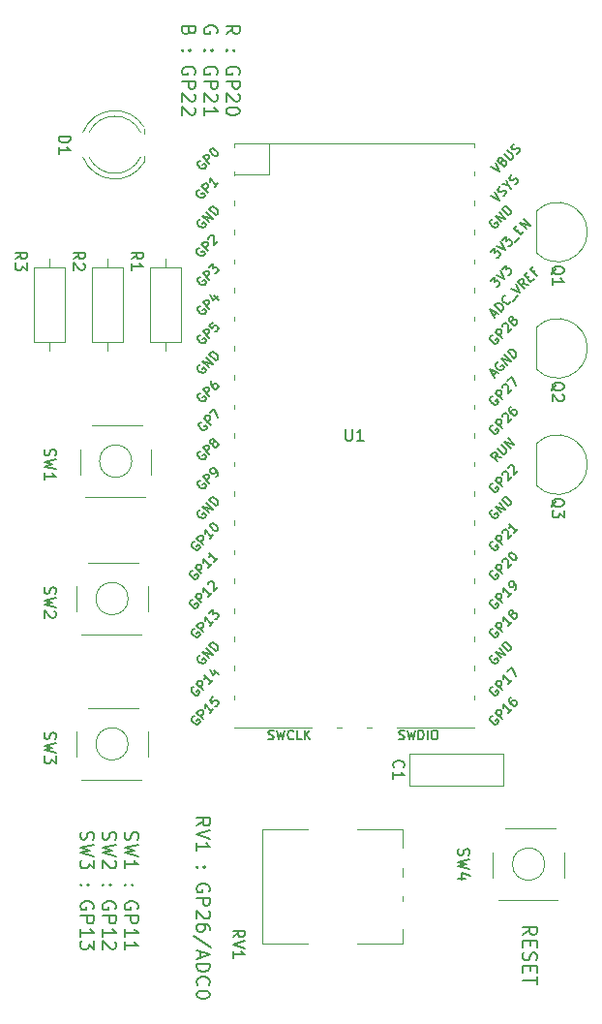
<source format=gto>
G04 #@! TF.GenerationSoftware,KiCad,Pcbnew,7.0.10-7.0.10~ubuntu22.04.1*
G04 #@! TF.CreationDate,2024-01-18T08:39:54+09:00*
G04 #@! TF.ProjectId,Akashi-18,416b6173-6869-42d3-9138-2e6b69636164,rev?*
G04 #@! TF.SameCoordinates,Original*
G04 #@! TF.FileFunction,Legend,Top*
G04 #@! TF.FilePolarity,Positive*
%FSLAX46Y46*%
G04 Gerber Fmt 4.6, Leading zero omitted, Abs format (unit mm)*
G04 Created by KiCad (PCBNEW 7.0.10-7.0.10~ubuntu22.04.1) date 2024-01-18 08:39:54*
%MOMM*%
%LPD*%
G01*
G04 APERTURE LIST*
%ADD10C,0.200000*%
%ADD11C,0.150000*%
%ADD12C,0.120000*%
G04 APERTURE END LIST*
D10*
X106837257Y-124293006D02*
X107408685Y-123893006D01*
X106837257Y-123607292D02*
X108037257Y-123607292D01*
X108037257Y-123607292D02*
X108037257Y-124064435D01*
X108037257Y-124064435D02*
X107980114Y-124178720D01*
X107980114Y-124178720D02*
X107922971Y-124235863D01*
X107922971Y-124235863D02*
X107808685Y-124293006D01*
X107808685Y-124293006D02*
X107637257Y-124293006D01*
X107637257Y-124293006D02*
X107522971Y-124235863D01*
X107522971Y-124235863D02*
X107465828Y-124178720D01*
X107465828Y-124178720D02*
X107408685Y-124064435D01*
X107408685Y-124064435D02*
X107408685Y-123607292D01*
X108037257Y-124635863D02*
X106837257Y-125035863D01*
X106837257Y-125035863D02*
X108037257Y-125435863D01*
X106837257Y-126464434D02*
X106837257Y-125778720D01*
X106837257Y-126121577D02*
X108037257Y-126121577D01*
X108037257Y-126121577D02*
X107865828Y-126007291D01*
X107865828Y-126007291D02*
X107751542Y-125893006D01*
X107751542Y-125893006D02*
X107694400Y-125778720D01*
X106951542Y-127893006D02*
X106894400Y-127950149D01*
X106894400Y-127950149D02*
X106837257Y-127893006D01*
X106837257Y-127893006D02*
X106894400Y-127835863D01*
X106894400Y-127835863D02*
X106951542Y-127893006D01*
X106951542Y-127893006D02*
X106837257Y-127893006D01*
X107580114Y-127893006D02*
X107522971Y-127950149D01*
X107522971Y-127950149D02*
X107465828Y-127893006D01*
X107465828Y-127893006D02*
X107522971Y-127835863D01*
X107522971Y-127835863D02*
X107580114Y-127893006D01*
X107580114Y-127893006D02*
X107465828Y-127893006D01*
X107980114Y-130007292D02*
X108037257Y-129893007D01*
X108037257Y-129893007D02*
X108037257Y-129721578D01*
X108037257Y-129721578D02*
X107980114Y-129550149D01*
X107980114Y-129550149D02*
X107865828Y-129435864D01*
X107865828Y-129435864D02*
X107751542Y-129378721D01*
X107751542Y-129378721D02*
X107522971Y-129321578D01*
X107522971Y-129321578D02*
X107351542Y-129321578D01*
X107351542Y-129321578D02*
X107122971Y-129378721D01*
X107122971Y-129378721D02*
X107008685Y-129435864D01*
X107008685Y-129435864D02*
X106894400Y-129550149D01*
X106894400Y-129550149D02*
X106837257Y-129721578D01*
X106837257Y-129721578D02*
X106837257Y-129835864D01*
X106837257Y-129835864D02*
X106894400Y-130007292D01*
X106894400Y-130007292D02*
X106951542Y-130064435D01*
X106951542Y-130064435D02*
X107351542Y-130064435D01*
X107351542Y-130064435D02*
X107351542Y-129835864D01*
X106837257Y-130578721D02*
X108037257Y-130578721D01*
X108037257Y-130578721D02*
X108037257Y-131035864D01*
X108037257Y-131035864D02*
X107980114Y-131150149D01*
X107980114Y-131150149D02*
X107922971Y-131207292D01*
X107922971Y-131207292D02*
X107808685Y-131264435D01*
X107808685Y-131264435D02*
X107637257Y-131264435D01*
X107637257Y-131264435D02*
X107522971Y-131207292D01*
X107522971Y-131207292D02*
X107465828Y-131150149D01*
X107465828Y-131150149D02*
X107408685Y-131035864D01*
X107408685Y-131035864D02*
X107408685Y-130578721D01*
X107922971Y-131721578D02*
X107980114Y-131778721D01*
X107980114Y-131778721D02*
X108037257Y-131893007D01*
X108037257Y-131893007D02*
X108037257Y-132178721D01*
X108037257Y-132178721D02*
X107980114Y-132293007D01*
X107980114Y-132293007D02*
X107922971Y-132350149D01*
X107922971Y-132350149D02*
X107808685Y-132407292D01*
X107808685Y-132407292D02*
X107694400Y-132407292D01*
X107694400Y-132407292D02*
X107522971Y-132350149D01*
X107522971Y-132350149D02*
X106837257Y-131664435D01*
X106837257Y-131664435D02*
X106837257Y-132407292D01*
X108037257Y-133435864D02*
X108037257Y-133207292D01*
X108037257Y-133207292D02*
X107980114Y-133093006D01*
X107980114Y-133093006D02*
X107922971Y-133035864D01*
X107922971Y-133035864D02*
X107751542Y-132921578D01*
X107751542Y-132921578D02*
X107522971Y-132864435D01*
X107522971Y-132864435D02*
X107065828Y-132864435D01*
X107065828Y-132864435D02*
X106951542Y-132921578D01*
X106951542Y-132921578D02*
X106894400Y-132978721D01*
X106894400Y-132978721D02*
X106837257Y-133093006D01*
X106837257Y-133093006D02*
X106837257Y-133321578D01*
X106837257Y-133321578D02*
X106894400Y-133435864D01*
X106894400Y-133435864D02*
X106951542Y-133493006D01*
X106951542Y-133493006D02*
X107065828Y-133550149D01*
X107065828Y-133550149D02*
X107351542Y-133550149D01*
X107351542Y-133550149D02*
X107465828Y-133493006D01*
X107465828Y-133493006D02*
X107522971Y-133435864D01*
X107522971Y-133435864D02*
X107580114Y-133321578D01*
X107580114Y-133321578D02*
X107580114Y-133093006D01*
X107580114Y-133093006D02*
X107522971Y-132978721D01*
X107522971Y-132978721D02*
X107465828Y-132921578D01*
X107465828Y-132921578D02*
X107351542Y-132864435D01*
X108094400Y-134921578D02*
X106551542Y-133893006D01*
X107180114Y-135264435D02*
X107180114Y-135835864D01*
X106837257Y-135150149D02*
X108037257Y-135550149D01*
X108037257Y-135550149D02*
X106837257Y-135950149D01*
X106837257Y-136350149D02*
X108037257Y-136350149D01*
X108037257Y-136350149D02*
X108037257Y-136635863D01*
X108037257Y-136635863D02*
X107980114Y-136807292D01*
X107980114Y-136807292D02*
X107865828Y-136921577D01*
X107865828Y-136921577D02*
X107751542Y-136978720D01*
X107751542Y-136978720D02*
X107522971Y-137035863D01*
X107522971Y-137035863D02*
X107351542Y-137035863D01*
X107351542Y-137035863D02*
X107122971Y-136978720D01*
X107122971Y-136978720D02*
X107008685Y-136921577D01*
X107008685Y-136921577D02*
X106894400Y-136807292D01*
X106894400Y-136807292D02*
X106837257Y-136635863D01*
X106837257Y-136635863D02*
X106837257Y-136350149D01*
X106951542Y-138235863D02*
X106894400Y-138178720D01*
X106894400Y-138178720D02*
X106837257Y-138007292D01*
X106837257Y-138007292D02*
X106837257Y-137893006D01*
X106837257Y-137893006D02*
X106894400Y-137721577D01*
X106894400Y-137721577D02*
X107008685Y-137607292D01*
X107008685Y-137607292D02*
X107122971Y-137550149D01*
X107122971Y-137550149D02*
X107351542Y-137493006D01*
X107351542Y-137493006D02*
X107522971Y-137493006D01*
X107522971Y-137493006D02*
X107751542Y-137550149D01*
X107751542Y-137550149D02*
X107865828Y-137607292D01*
X107865828Y-137607292D02*
X107980114Y-137721577D01*
X107980114Y-137721577D02*
X108037257Y-137893006D01*
X108037257Y-137893006D02*
X108037257Y-138007292D01*
X108037257Y-138007292D02*
X107980114Y-138178720D01*
X107980114Y-138178720D02*
X107922971Y-138235863D01*
X108037257Y-138978720D02*
X108037257Y-139093006D01*
X108037257Y-139093006D02*
X107980114Y-139207292D01*
X107980114Y-139207292D02*
X107922971Y-139264435D01*
X107922971Y-139264435D02*
X107808685Y-139321577D01*
X107808685Y-139321577D02*
X107580114Y-139378720D01*
X107580114Y-139378720D02*
X107294400Y-139378720D01*
X107294400Y-139378720D02*
X107065828Y-139321577D01*
X107065828Y-139321577D02*
X106951542Y-139264435D01*
X106951542Y-139264435D02*
X106894400Y-139207292D01*
X106894400Y-139207292D02*
X106837257Y-139093006D01*
X106837257Y-139093006D02*
X106837257Y-138978720D01*
X106837257Y-138978720D02*
X106894400Y-138864435D01*
X106894400Y-138864435D02*
X106951542Y-138807292D01*
X106951542Y-138807292D02*
X107065828Y-138750149D01*
X107065828Y-138750149D02*
X107294400Y-138693006D01*
X107294400Y-138693006D02*
X107580114Y-138693006D01*
X107580114Y-138693006D02*
X107808685Y-138750149D01*
X107808685Y-138750149D02*
X107922971Y-138807292D01*
X107922971Y-138807292D02*
X107980114Y-138864435D01*
X107980114Y-138864435D02*
X108037257Y-138978720D01*
X109431257Y-55078006D02*
X110002685Y-54678006D01*
X109431257Y-54392292D02*
X110631257Y-54392292D01*
X110631257Y-54392292D02*
X110631257Y-54849435D01*
X110631257Y-54849435D02*
X110574114Y-54963720D01*
X110574114Y-54963720D02*
X110516971Y-55020863D01*
X110516971Y-55020863D02*
X110402685Y-55078006D01*
X110402685Y-55078006D02*
X110231257Y-55078006D01*
X110231257Y-55078006D02*
X110116971Y-55020863D01*
X110116971Y-55020863D02*
X110059828Y-54963720D01*
X110059828Y-54963720D02*
X110002685Y-54849435D01*
X110002685Y-54849435D02*
X110002685Y-54392292D01*
X109545542Y-56506578D02*
X109488400Y-56563721D01*
X109488400Y-56563721D02*
X109431257Y-56506578D01*
X109431257Y-56506578D02*
X109488400Y-56449435D01*
X109488400Y-56449435D02*
X109545542Y-56506578D01*
X109545542Y-56506578D02*
X109431257Y-56506578D01*
X110174114Y-56506578D02*
X110116971Y-56563721D01*
X110116971Y-56563721D02*
X110059828Y-56506578D01*
X110059828Y-56506578D02*
X110116971Y-56449435D01*
X110116971Y-56449435D02*
X110174114Y-56506578D01*
X110174114Y-56506578D02*
X110059828Y-56506578D01*
X110574114Y-58620864D02*
X110631257Y-58506579D01*
X110631257Y-58506579D02*
X110631257Y-58335150D01*
X110631257Y-58335150D02*
X110574114Y-58163721D01*
X110574114Y-58163721D02*
X110459828Y-58049436D01*
X110459828Y-58049436D02*
X110345542Y-57992293D01*
X110345542Y-57992293D02*
X110116971Y-57935150D01*
X110116971Y-57935150D02*
X109945542Y-57935150D01*
X109945542Y-57935150D02*
X109716971Y-57992293D01*
X109716971Y-57992293D02*
X109602685Y-58049436D01*
X109602685Y-58049436D02*
X109488400Y-58163721D01*
X109488400Y-58163721D02*
X109431257Y-58335150D01*
X109431257Y-58335150D02*
X109431257Y-58449436D01*
X109431257Y-58449436D02*
X109488400Y-58620864D01*
X109488400Y-58620864D02*
X109545542Y-58678007D01*
X109545542Y-58678007D02*
X109945542Y-58678007D01*
X109945542Y-58678007D02*
X109945542Y-58449436D01*
X109431257Y-59192293D02*
X110631257Y-59192293D01*
X110631257Y-59192293D02*
X110631257Y-59649436D01*
X110631257Y-59649436D02*
X110574114Y-59763721D01*
X110574114Y-59763721D02*
X110516971Y-59820864D01*
X110516971Y-59820864D02*
X110402685Y-59878007D01*
X110402685Y-59878007D02*
X110231257Y-59878007D01*
X110231257Y-59878007D02*
X110116971Y-59820864D01*
X110116971Y-59820864D02*
X110059828Y-59763721D01*
X110059828Y-59763721D02*
X110002685Y-59649436D01*
X110002685Y-59649436D02*
X110002685Y-59192293D01*
X110516971Y-60335150D02*
X110574114Y-60392293D01*
X110574114Y-60392293D02*
X110631257Y-60506579D01*
X110631257Y-60506579D02*
X110631257Y-60792293D01*
X110631257Y-60792293D02*
X110574114Y-60906579D01*
X110574114Y-60906579D02*
X110516971Y-60963721D01*
X110516971Y-60963721D02*
X110402685Y-61020864D01*
X110402685Y-61020864D02*
X110288400Y-61020864D01*
X110288400Y-61020864D02*
X110116971Y-60963721D01*
X110116971Y-60963721D02*
X109431257Y-60278007D01*
X109431257Y-60278007D02*
X109431257Y-61020864D01*
X110631257Y-61763721D02*
X110631257Y-61878007D01*
X110631257Y-61878007D02*
X110574114Y-61992293D01*
X110574114Y-61992293D02*
X110516971Y-62049436D01*
X110516971Y-62049436D02*
X110402685Y-62106578D01*
X110402685Y-62106578D02*
X110174114Y-62163721D01*
X110174114Y-62163721D02*
X109888400Y-62163721D01*
X109888400Y-62163721D02*
X109659828Y-62106578D01*
X109659828Y-62106578D02*
X109545542Y-62049436D01*
X109545542Y-62049436D02*
X109488400Y-61992293D01*
X109488400Y-61992293D02*
X109431257Y-61878007D01*
X109431257Y-61878007D02*
X109431257Y-61763721D01*
X109431257Y-61763721D02*
X109488400Y-61649436D01*
X109488400Y-61649436D02*
X109545542Y-61592293D01*
X109545542Y-61592293D02*
X109659828Y-61535150D01*
X109659828Y-61535150D02*
X109888400Y-61478007D01*
X109888400Y-61478007D02*
X110174114Y-61478007D01*
X110174114Y-61478007D02*
X110402685Y-61535150D01*
X110402685Y-61535150D02*
X110516971Y-61592293D01*
X110516971Y-61592293D02*
X110574114Y-61649436D01*
X110574114Y-61649436D02*
X110631257Y-61763721D01*
X108642114Y-55020863D02*
X108699257Y-54906578D01*
X108699257Y-54906578D02*
X108699257Y-54735149D01*
X108699257Y-54735149D02*
X108642114Y-54563720D01*
X108642114Y-54563720D02*
X108527828Y-54449435D01*
X108527828Y-54449435D02*
X108413542Y-54392292D01*
X108413542Y-54392292D02*
X108184971Y-54335149D01*
X108184971Y-54335149D02*
X108013542Y-54335149D01*
X108013542Y-54335149D02*
X107784971Y-54392292D01*
X107784971Y-54392292D02*
X107670685Y-54449435D01*
X107670685Y-54449435D02*
X107556400Y-54563720D01*
X107556400Y-54563720D02*
X107499257Y-54735149D01*
X107499257Y-54735149D02*
X107499257Y-54849435D01*
X107499257Y-54849435D02*
X107556400Y-55020863D01*
X107556400Y-55020863D02*
X107613542Y-55078006D01*
X107613542Y-55078006D02*
X108013542Y-55078006D01*
X108013542Y-55078006D02*
X108013542Y-54849435D01*
X107613542Y-56506578D02*
X107556400Y-56563721D01*
X107556400Y-56563721D02*
X107499257Y-56506578D01*
X107499257Y-56506578D02*
X107556400Y-56449435D01*
X107556400Y-56449435D02*
X107613542Y-56506578D01*
X107613542Y-56506578D02*
X107499257Y-56506578D01*
X108242114Y-56506578D02*
X108184971Y-56563721D01*
X108184971Y-56563721D02*
X108127828Y-56506578D01*
X108127828Y-56506578D02*
X108184971Y-56449435D01*
X108184971Y-56449435D02*
X108242114Y-56506578D01*
X108242114Y-56506578D02*
X108127828Y-56506578D01*
X108642114Y-58620864D02*
X108699257Y-58506579D01*
X108699257Y-58506579D02*
X108699257Y-58335150D01*
X108699257Y-58335150D02*
X108642114Y-58163721D01*
X108642114Y-58163721D02*
X108527828Y-58049436D01*
X108527828Y-58049436D02*
X108413542Y-57992293D01*
X108413542Y-57992293D02*
X108184971Y-57935150D01*
X108184971Y-57935150D02*
X108013542Y-57935150D01*
X108013542Y-57935150D02*
X107784971Y-57992293D01*
X107784971Y-57992293D02*
X107670685Y-58049436D01*
X107670685Y-58049436D02*
X107556400Y-58163721D01*
X107556400Y-58163721D02*
X107499257Y-58335150D01*
X107499257Y-58335150D02*
X107499257Y-58449436D01*
X107499257Y-58449436D02*
X107556400Y-58620864D01*
X107556400Y-58620864D02*
X107613542Y-58678007D01*
X107613542Y-58678007D02*
X108013542Y-58678007D01*
X108013542Y-58678007D02*
X108013542Y-58449436D01*
X107499257Y-59192293D02*
X108699257Y-59192293D01*
X108699257Y-59192293D02*
X108699257Y-59649436D01*
X108699257Y-59649436D02*
X108642114Y-59763721D01*
X108642114Y-59763721D02*
X108584971Y-59820864D01*
X108584971Y-59820864D02*
X108470685Y-59878007D01*
X108470685Y-59878007D02*
X108299257Y-59878007D01*
X108299257Y-59878007D02*
X108184971Y-59820864D01*
X108184971Y-59820864D02*
X108127828Y-59763721D01*
X108127828Y-59763721D02*
X108070685Y-59649436D01*
X108070685Y-59649436D02*
X108070685Y-59192293D01*
X108584971Y-60335150D02*
X108642114Y-60392293D01*
X108642114Y-60392293D02*
X108699257Y-60506579D01*
X108699257Y-60506579D02*
X108699257Y-60792293D01*
X108699257Y-60792293D02*
X108642114Y-60906579D01*
X108642114Y-60906579D02*
X108584971Y-60963721D01*
X108584971Y-60963721D02*
X108470685Y-61020864D01*
X108470685Y-61020864D02*
X108356400Y-61020864D01*
X108356400Y-61020864D02*
X108184971Y-60963721D01*
X108184971Y-60963721D02*
X107499257Y-60278007D01*
X107499257Y-60278007D02*
X107499257Y-61020864D01*
X107499257Y-62163721D02*
X107499257Y-61478007D01*
X107499257Y-61820864D02*
X108699257Y-61820864D01*
X108699257Y-61820864D02*
X108527828Y-61706578D01*
X108527828Y-61706578D02*
X108413542Y-61592293D01*
X108413542Y-61592293D02*
X108356400Y-61478007D01*
X106195828Y-54792292D02*
X106138685Y-54963720D01*
X106138685Y-54963720D02*
X106081542Y-55020863D01*
X106081542Y-55020863D02*
X105967257Y-55078006D01*
X105967257Y-55078006D02*
X105795828Y-55078006D01*
X105795828Y-55078006D02*
X105681542Y-55020863D01*
X105681542Y-55020863D02*
X105624400Y-54963720D01*
X105624400Y-54963720D02*
X105567257Y-54849435D01*
X105567257Y-54849435D02*
X105567257Y-54392292D01*
X105567257Y-54392292D02*
X106767257Y-54392292D01*
X106767257Y-54392292D02*
X106767257Y-54792292D01*
X106767257Y-54792292D02*
X106710114Y-54906578D01*
X106710114Y-54906578D02*
X106652971Y-54963720D01*
X106652971Y-54963720D02*
X106538685Y-55020863D01*
X106538685Y-55020863D02*
X106424400Y-55020863D01*
X106424400Y-55020863D02*
X106310114Y-54963720D01*
X106310114Y-54963720D02*
X106252971Y-54906578D01*
X106252971Y-54906578D02*
X106195828Y-54792292D01*
X106195828Y-54792292D02*
X106195828Y-54392292D01*
X105681542Y-56506578D02*
X105624400Y-56563721D01*
X105624400Y-56563721D02*
X105567257Y-56506578D01*
X105567257Y-56506578D02*
X105624400Y-56449435D01*
X105624400Y-56449435D02*
X105681542Y-56506578D01*
X105681542Y-56506578D02*
X105567257Y-56506578D01*
X106310114Y-56506578D02*
X106252971Y-56563721D01*
X106252971Y-56563721D02*
X106195828Y-56506578D01*
X106195828Y-56506578D02*
X106252971Y-56449435D01*
X106252971Y-56449435D02*
X106310114Y-56506578D01*
X106310114Y-56506578D02*
X106195828Y-56506578D01*
X106710114Y-58620864D02*
X106767257Y-58506579D01*
X106767257Y-58506579D02*
X106767257Y-58335150D01*
X106767257Y-58335150D02*
X106710114Y-58163721D01*
X106710114Y-58163721D02*
X106595828Y-58049436D01*
X106595828Y-58049436D02*
X106481542Y-57992293D01*
X106481542Y-57992293D02*
X106252971Y-57935150D01*
X106252971Y-57935150D02*
X106081542Y-57935150D01*
X106081542Y-57935150D02*
X105852971Y-57992293D01*
X105852971Y-57992293D02*
X105738685Y-58049436D01*
X105738685Y-58049436D02*
X105624400Y-58163721D01*
X105624400Y-58163721D02*
X105567257Y-58335150D01*
X105567257Y-58335150D02*
X105567257Y-58449436D01*
X105567257Y-58449436D02*
X105624400Y-58620864D01*
X105624400Y-58620864D02*
X105681542Y-58678007D01*
X105681542Y-58678007D02*
X106081542Y-58678007D01*
X106081542Y-58678007D02*
X106081542Y-58449436D01*
X105567257Y-59192293D02*
X106767257Y-59192293D01*
X106767257Y-59192293D02*
X106767257Y-59649436D01*
X106767257Y-59649436D02*
X106710114Y-59763721D01*
X106710114Y-59763721D02*
X106652971Y-59820864D01*
X106652971Y-59820864D02*
X106538685Y-59878007D01*
X106538685Y-59878007D02*
X106367257Y-59878007D01*
X106367257Y-59878007D02*
X106252971Y-59820864D01*
X106252971Y-59820864D02*
X106195828Y-59763721D01*
X106195828Y-59763721D02*
X106138685Y-59649436D01*
X106138685Y-59649436D02*
X106138685Y-59192293D01*
X106652971Y-60335150D02*
X106710114Y-60392293D01*
X106710114Y-60392293D02*
X106767257Y-60506579D01*
X106767257Y-60506579D02*
X106767257Y-60792293D01*
X106767257Y-60792293D02*
X106710114Y-60906579D01*
X106710114Y-60906579D02*
X106652971Y-60963721D01*
X106652971Y-60963721D02*
X106538685Y-61020864D01*
X106538685Y-61020864D02*
X106424400Y-61020864D01*
X106424400Y-61020864D02*
X106252971Y-60963721D01*
X106252971Y-60963721D02*
X105567257Y-60278007D01*
X105567257Y-60278007D02*
X105567257Y-61020864D01*
X106652971Y-61478007D02*
X106710114Y-61535150D01*
X106710114Y-61535150D02*
X106767257Y-61649436D01*
X106767257Y-61649436D02*
X106767257Y-61935150D01*
X106767257Y-61935150D02*
X106710114Y-62049436D01*
X106710114Y-62049436D02*
X106652971Y-62106578D01*
X106652971Y-62106578D02*
X106538685Y-62163721D01*
X106538685Y-62163721D02*
X106424400Y-62163721D01*
X106424400Y-62163721D02*
X106252971Y-62106578D01*
X106252971Y-62106578D02*
X105567257Y-61420864D01*
X105567257Y-61420864D02*
X105567257Y-62163721D01*
X135412257Y-133818006D02*
X135983685Y-133418006D01*
X135412257Y-133132292D02*
X136612257Y-133132292D01*
X136612257Y-133132292D02*
X136612257Y-133589435D01*
X136612257Y-133589435D02*
X136555114Y-133703720D01*
X136555114Y-133703720D02*
X136497971Y-133760863D01*
X136497971Y-133760863D02*
X136383685Y-133818006D01*
X136383685Y-133818006D02*
X136212257Y-133818006D01*
X136212257Y-133818006D02*
X136097971Y-133760863D01*
X136097971Y-133760863D02*
X136040828Y-133703720D01*
X136040828Y-133703720D02*
X135983685Y-133589435D01*
X135983685Y-133589435D02*
X135983685Y-133132292D01*
X136040828Y-134332292D02*
X136040828Y-134732292D01*
X135412257Y-134903720D02*
X135412257Y-134332292D01*
X135412257Y-134332292D02*
X136612257Y-134332292D01*
X136612257Y-134332292D02*
X136612257Y-134903720D01*
X135469400Y-135360863D02*
X135412257Y-135532292D01*
X135412257Y-135532292D02*
X135412257Y-135818006D01*
X135412257Y-135818006D02*
X135469400Y-135932292D01*
X135469400Y-135932292D02*
X135526542Y-135989434D01*
X135526542Y-135989434D02*
X135640828Y-136046577D01*
X135640828Y-136046577D02*
X135755114Y-136046577D01*
X135755114Y-136046577D02*
X135869400Y-135989434D01*
X135869400Y-135989434D02*
X135926542Y-135932292D01*
X135926542Y-135932292D02*
X135983685Y-135818006D01*
X135983685Y-135818006D02*
X136040828Y-135589434D01*
X136040828Y-135589434D02*
X136097971Y-135475149D01*
X136097971Y-135475149D02*
X136155114Y-135418006D01*
X136155114Y-135418006D02*
X136269400Y-135360863D01*
X136269400Y-135360863D02*
X136383685Y-135360863D01*
X136383685Y-135360863D02*
X136497971Y-135418006D01*
X136497971Y-135418006D02*
X136555114Y-135475149D01*
X136555114Y-135475149D02*
X136612257Y-135589434D01*
X136612257Y-135589434D02*
X136612257Y-135875149D01*
X136612257Y-135875149D02*
X136555114Y-136046577D01*
X136040828Y-136560863D02*
X136040828Y-136960863D01*
X135412257Y-137132291D02*
X135412257Y-136560863D01*
X135412257Y-136560863D02*
X136612257Y-136560863D01*
X136612257Y-136560863D02*
X136612257Y-137132291D01*
X136612257Y-137475148D02*
X136612257Y-138160863D01*
X135412257Y-137818005D02*
X136612257Y-137818005D01*
X100598400Y-124820149D02*
X100541257Y-124991578D01*
X100541257Y-124991578D02*
X100541257Y-125277292D01*
X100541257Y-125277292D02*
X100598400Y-125391578D01*
X100598400Y-125391578D02*
X100655542Y-125448720D01*
X100655542Y-125448720D02*
X100769828Y-125505863D01*
X100769828Y-125505863D02*
X100884114Y-125505863D01*
X100884114Y-125505863D02*
X100998400Y-125448720D01*
X100998400Y-125448720D02*
X101055542Y-125391578D01*
X101055542Y-125391578D02*
X101112685Y-125277292D01*
X101112685Y-125277292D02*
X101169828Y-125048720D01*
X101169828Y-125048720D02*
X101226971Y-124934435D01*
X101226971Y-124934435D02*
X101284114Y-124877292D01*
X101284114Y-124877292D02*
X101398400Y-124820149D01*
X101398400Y-124820149D02*
X101512685Y-124820149D01*
X101512685Y-124820149D02*
X101626971Y-124877292D01*
X101626971Y-124877292D02*
X101684114Y-124934435D01*
X101684114Y-124934435D02*
X101741257Y-125048720D01*
X101741257Y-125048720D02*
X101741257Y-125334435D01*
X101741257Y-125334435D02*
X101684114Y-125505863D01*
X101741257Y-125905863D02*
X100541257Y-126191577D01*
X100541257Y-126191577D02*
X101398400Y-126420149D01*
X101398400Y-126420149D02*
X100541257Y-126648720D01*
X100541257Y-126648720D02*
X101741257Y-126934435D01*
X100541257Y-128020149D02*
X100541257Y-127334435D01*
X100541257Y-127677292D02*
X101741257Y-127677292D01*
X101741257Y-127677292D02*
X101569828Y-127563006D01*
X101569828Y-127563006D02*
X101455542Y-127448721D01*
X101455542Y-127448721D02*
X101398400Y-127334435D01*
X100655542Y-129448721D02*
X100598400Y-129505864D01*
X100598400Y-129505864D02*
X100541257Y-129448721D01*
X100541257Y-129448721D02*
X100598400Y-129391578D01*
X100598400Y-129391578D02*
X100655542Y-129448721D01*
X100655542Y-129448721D02*
X100541257Y-129448721D01*
X101284114Y-129448721D02*
X101226971Y-129505864D01*
X101226971Y-129505864D02*
X101169828Y-129448721D01*
X101169828Y-129448721D02*
X101226971Y-129391578D01*
X101226971Y-129391578D02*
X101284114Y-129448721D01*
X101284114Y-129448721D02*
X101169828Y-129448721D01*
X101684114Y-131563007D02*
X101741257Y-131448722D01*
X101741257Y-131448722D02*
X101741257Y-131277293D01*
X101741257Y-131277293D02*
X101684114Y-131105864D01*
X101684114Y-131105864D02*
X101569828Y-130991579D01*
X101569828Y-130991579D02*
X101455542Y-130934436D01*
X101455542Y-130934436D02*
X101226971Y-130877293D01*
X101226971Y-130877293D02*
X101055542Y-130877293D01*
X101055542Y-130877293D02*
X100826971Y-130934436D01*
X100826971Y-130934436D02*
X100712685Y-130991579D01*
X100712685Y-130991579D02*
X100598400Y-131105864D01*
X100598400Y-131105864D02*
X100541257Y-131277293D01*
X100541257Y-131277293D02*
X100541257Y-131391579D01*
X100541257Y-131391579D02*
X100598400Y-131563007D01*
X100598400Y-131563007D02*
X100655542Y-131620150D01*
X100655542Y-131620150D02*
X101055542Y-131620150D01*
X101055542Y-131620150D02*
X101055542Y-131391579D01*
X100541257Y-132134436D02*
X101741257Y-132134436D01*
X101741257Y-132134436D02*
X101741257Y-132591579D01*
X101741257Y-132591579D02*
X101684114Y-132705864D01*
X101684114Y-132705864D02*
X101626971Y-132763007D01*
X101626971Y-132763007D02*
X101512685Y-132820150D01*
X101512685Y-132820150D02*
X101341257Y-132820150D01*
X101341257Y-132820150D02*
X101226971Y-132763007D01*
X101226971Y-132763007D02*
X101169828Y-132705864D01*
X101169828Y-132705864D02*
X101112685Y-132591579D01*
X101112685Y-132591579D02*
X101112685Y-132134436D01*
X100541257Y-133963007D02*
X100541257Y-133277293D01*
X100541257Y-133620150D02*
X101741257Y-133620150D01*
X101741257Y-133620150D02*
X101569828Y-133505864D01*
X101569828Y-133505864D02*
X101455542Y-133391579D01*
X101455542Y-133391579D02*
X101398400Y-133277293D01*
X100541257Y-135105864D02*
X100541257Y-134420150D01*
X100541257Y-134763007D02*
X101741257Y-134763007D01*
X101741257Y-134763007D02*
X101569828Y-134648721D01*
X101569828Y-134648721D02*
X101455542Y-134534436D01*
X101455542Y-134534436D02*
X101398400Y-134420150D01*
X98666400Y-124820149D02*
X98609257Y-124991578D01*
X98609257Y-124991578D02*
X98609257Y-125277292D01*
X98609257Y-125277292D02*
X98666400Y-125391578D01*
X98666400Y-125391578D02*
X98723542Y-125448720D01*
X98723542Y-125448720D02*
X98837828Y-125505863D01*
X98837828Y-125505863D02*
X98952114Y-125505863D01*
X98952114Y-125505863D02*
X99066400Y-125448720D01*
X99066400Y-125448720D02*
X99123542Y-125391578D01*
X99123542Y-125391578D02*
X99180685Y-125277292D01*
X99180685Y-125277292D02*
X99237828Y-125048720D01*
X99237828Y-125048720D02*
X99294971Y-124934435D01*
X99294971Y-124934435D02*
X99352114Y-124877292D01*
X99352114Y-124877292D02*
X99466400Y-124820149D01*
X99466400Y-124820149D02*
X99580685Y-124820149D01*
X99580685Y-124820149D02*
X99694971Y-124877292D01*
X99694971Y-124877292D02*
X99752114Y-124934435D01*
X99752114Y-124934435D02*
X99809257Y-125048720D01*
X99809257Y-125048720D02*
X99809257Y-125334435D01*
X99809257Y-125334435D02*
X99752114Y-125505863D01*
X99809257Y-125905863D02*
X98609257Y-126191577D01*
X98609257Y-126191577D02*
X99466400Y-126420149D01*
X99466400Y-126420149D02*
X98609257Y-126648720D01*
X98609257Y-126648720D02*
X99809257Y-126934435D01*
X99694971Y-127334435D02*
X99752114Y-127391578D01*
X99752114Y-127391578D02*
X99809257Y-127505864D01*
X99809257Y-127505864D02*
X99809257Y-127791578D01*
X99809257Y-127791578D02*
X99752114Y-127905864D01*
X99752114Y-127905864D02*
X99694971Y-127963006D01*
X99694971Y-127963006D02*
X99580685Y-128020149D01*
X99580685Y-128020149D02*
X99466400Y-128020149D01*
X99466400Y-128020149D02*
X99294971Y-127963006D01*
X99294971Y-127963006D02*
X98609257Y-127277292D01*
X98609257Y-127277292D02*
X98609257Y-128020149D01*
X98723542Y-129448721D02*
X98666400Y-129505864D01*
X98666400Y-129505864D02*
X98609257Y-129448721D01*
X98609257Y-129448721D02*
X98666400Y-129391578D01*
X98666400Y-129391578D02*
X98723542Y-129448721D01*
X98723542Y-129448721D02*
X98609257Y-129448721D01*
X99352114Y-129448721D02*
X99294971Y-129505864D01*
X99294971Y-129505864D02*
X99237828Y-129448721D01*
X99237828Y-129448721D02*
X99294971Y-129391578D01*
X99294971Y-129391578D02*
X99352114Y-129448721D01*
X99352114Y-129448721D02*
X99237828Y-129448721D01*
X99752114Y-131563007D02*
X99809257Y-131448722D01*
X99809257Y-131448722D02*
X99809257Y-131277293D01*
X99809257Y-131277293D02*
X99752114Y-131105864D01*
X99752114Y-131105864D02*
X99637828Y-130991579D01*
X99637828Y-130991579D02*
X99523542Y-130934436D01*
X99523542Y-130934436D02*
X99294971Y-130877293D01*
X99294971Y-130877293D02*
X99123542Y-130877293D01*
X99123542Y-130877293D02*
X98894971Y-130934436D01*
X98894971Y-130934436D02*
X98780685Y-130991579D01*
X98780685Y-130991579D02*
X98666400Y-131105864D01*
X98666400Y-131105864D02*
X98609257Y-131277293D01*
X98609257Y-131277293D02*
X98609257Y-131391579D01*
X98609257Y-131391579D02*
X98666400Y-131563007D01*
X98666400Y-131563007D02*
X98723542Y-131620150D01*
X98723542Y-131620150D02*
X99123542Y-131620150D01*
X99123542Y-131620150D02*
X99123542Y-131391579D01*
X98609257Y-132134436D02*
X99809257Y-132134436D01*
X99809257Y-132134436D02*
X99809257Y-132591579D01*
X99809257Y-132591579D02*
X99752114Y-132705864D01*
X99752114Y-132705864D02*
X99694971Y-132763007D01*
X99694971Y-132763007D02*
X99580685Y-132820150D01*
X99580685Y-132820150D02*
X99409257Y-132820150D01*
X99409257Y-132820150D02*
X99294971Y-132763007D01*
X99294971Y-132763007D02*
X99237828Y-132705864D01*
X99237828Y-132705864D02*
X99180685Y-132591579D01*
X99180685Y-132591579D02*
X99180685Y-132134436D01*
X98609257Y-133963007D02*
X98609257Y-133277293D01*
X98609257Y-133620150D02*
X99809257Y-133620150D01*
X99809257Y-133620150D02*
X99637828Y-133505864D01*
X99637828Y-133505864D02*
X99523542Y-133391579D01*
X99523542Y-133391579D02*
X99466400Y-133277293D01*
X99694971Y-134420150D02*
X99752114Y-134477293D01*
X99752114Y-134477293D02*
X99809257Y-134591579D01*
X99809257Y-134591579D02*
X99809257Y-134877293D01*
X99809257Y-134877293D02*
X99752114Y-134991579D01*
X99752114Y-134991579D02*
X99694971Y-135048721D01*
X99694971Y-135048721D02*
X99580685Y-135105864D01*
X99580685Y-135105864D02*
X99466400Y-135105864D01*
X99466400Y-135105864D02*
X99294971Y-135048721D01*
X99294971Y-135048721D02*
X98609257Y-134363007D01*
X98609257Y-134363007D02*
X98609257Y-135105864D01*
X96734400Y-124820149D02*
X96677257Y-124991578D01*
X96677257Y-124991578D02*
X96677257Y-125277292D01*
X96677257Y-125277292D02*
X96734400Y-125391578D01*
X96734400Y-125391578D02*
X96791542Y-125448720D01*
X96791542Y-125448720D02*
X96905828Y-125505863D01*
X96905828Y-125505863D02*
X97020114Y-125505863D01*
X97020114Y-125505863D02*
X97134400Y-125448720D01*
X97134400Y-125448720D02*
X97191542Y-125391578D01*
X97191542Y-125391578D02*
X97248685Y-125277292D01*
X97248685Y-125277292D02*
X97305828Y-125048720D01*
X97305828Y-125048720D02*
X97362971Y-124934435D01*
X97362971Y-124934435D02*
X97420114Y-124877292D01*
X97420114Y-124877292D02*
X97534400Y-124820149D01*
X97534400Y-124820149D02*
X97648685Y-124820149D01*
X97648685Y-124820149D02*
X97762971Y-124877292D01*
X97762971Y-124877292D02*
X97820114Y-124934435D01*
X97820114Y-124934435D02*
X97877257Y-125048720D01*
X97877257Y-125048720D02*
X97877257Y-125334435D01*
X97877257Y-125334435D02*
X97820114Y-125505863D01*
X97877257Y-125905863D02*
X96677257Y-126191577D01*
X96677257Y-126191577D02*
X97534400Y-126420149D01*
X97534400Y-126420149D02*
X96677257Y-126648720D01*
X96677257Y-126648720D02*
X97877257Y-126934435D01*
X97877257Y-127277292D02*
X97877257Y-128020149D01*
X97877257Y-128020149D02*
X97420114Y-127620149D01*
X97420114Y-127620149D02*
X97420114Y-127791578D01*
X97420114Y-127791578D02*
X97362971Y-127905864D01*
X97362971Y-127905864D02*
X97305828Y-127963006D01*
X97305828Y-127963006D02*
X97191542Y-128020149D01*
X97191542Y-128020149D02*
X96905828Y-128020149D01*
X96905828Y-128020149D02*
X96791542Y-127963006D01*
X96791542Y-127963006D02*
X96734400Y-127905864D01*
X96734400Y-127905864D02*
X96677257Y-127791578D01*
X96677257Y-127791578D02*
X96677257Y-127448721D01*
X96677257Y-127448721D02*
X96734400Y-127334435D01*
X96734400Y-127334435D02*
X96791542Y-127277292D01*
X96791542Y-129448721D02*
X96734400Y-129505864D01*
X96734400Y-129505864D02*
X96677257Y-129448721D01*
X96677257Y-129448721D02*
X96734400Y-129391578D01*
X96734400Y-129391578D02*
X96791542Y-129448721D01*
X96791542Y-129448721D02*
X96677257Y-129448721D01*
X97420114Y-129448721D02*
X97362971Y-129505864D01*
X97362971Y-129505864D02*
X97305828Y-129448721D01*
X97305828Y-129448721D02*
X97362971Y-129391578D01*
X97362971Y-129391578D02*
X97420114Y-129448721D01*
X97420114Y-129448721D02*
X97305828Y-129448721D01*
X97820114Y-131563007D02*
X97877257Y-131448722D01*
X97877257Y-131448722D02*
X97877257Y-131277293D01*
X97877257Y-131277293D02*
X97820114Y-131105864D01*
X97820114Y-131105864D02*
X97705828Y-130991579D01*
X97705828Y-130991579D02*
X97591542Y-130934436D01*
X97591542Y-130934436D02*
X97362971Y-130877293D01*
X97362971Y-130877293D02*
X97191542Y-130877293D01*
X97191542Y-130877293D02*
X96962971Y-130934436D01*
X96962971Y-130934436D02*
X96848685Y-130991579D01*
X96848685Y-130991579D02*
X96734400Y-131105864D01*
X96734400Y-131105864D02*
X96677257Y-131277293D01*
X96677257Y-131277293D02*
X96677257Y-131391579D01*
X96677257Y-131391579D02*
X96734400Y-131563007D01*
X96734400Y-131563007D02*
X96791542Y-131620150D01*
X96791542Y-131620150D02*
X97191542Y-131620150D01*
X97191542Y-131620150D02*
X97191542Y-131391579D01*
X96677257Y-132134436D02*
X97877257Y-132134436D01*
X97877257Y-132134436D02*
X97877257Y-132591579D01*
X97877257Y-132591579D02*
X97820114Y-132705864D01*
X97820114Y-132705864D02*
X97762971Y-132763007D01*
X97762971Y-132763007D02*
X97648685Y-132820150D01*
X97648685Y-132820150D02*
X97477257Y-132820150D01*
X97477257Y-132820150D02*
X97362971Y-132763007D01*
X97362971Y-132763007D02*
X97305828Y-132705864D01*
X97305828Y-132705864D02*
X97248685Y-132591579D01*
X97248685Y-132591579D02*
X97248685Y-132134436D01*
X96677257Y-133963007D02*
X96677257Y-133277293D01*
X96677257Y-133620150D02*
X97877257Y-133620150D01*
X97877257Y-133620150D02*
X97705828Y-133505864D01*
X97705828Y-133505864D02*
X97591542Y-133391579D01*
X97591542Y-133391579D02*
X97534400Y-133277293D01*
X97877257Y-134363007D02*
X97877257Y-135105864D01*
X97877257Y-135105864D02*
X97420114Y-134705864D01*
X97420114Y-134705864D02*
X97420114Y-134877293D01*
X97420114Y-134877293D02*
X97362971Y-134991579D01*
X97362971Y-134991579D02*
X97305828Y-135048721D01*
X97305828Y-135048721D02*
X97191542Y-135105864D01*
X97191542Y-135105864D02*
X96905828Y-135105864D01*
X96905828Y-135105864D02*
X96791542Y-135048721D01*
X96791542Y-135048721D02*
X96734400Y-134991579D01*
X96734400Y-134991579D02*
X96677257Y-134877293D01*
X96677257Y-134877293D02*
X96677257Y-134534436D01*
X96677257Y-134534436D02*
X96734400Y-134420150D01*
X96734400Y-134420150D02*
X96791542Y-134363007D01*
D11*
X94800180Y-64031905D02*
X95800180Y-64031905D01*
X95800180Y-64031905D02*
X95800180Y-64270000D01*
X95800180Y-64270000D02*
X95752561Y-64412857D01*
X95752561Y-64412857D02*
X95657323Y-64508095D01*
X95657323Y-64508095D02*
X95562085Y-64555714D01*
X95562085Y-64555714D02*
X95371609Y-64603333D01*
X95371609Y-64603333D02*
X95228752Y-64603333D01*
X95228752Y-64603333D02*
X95038276Y-64555714D01*
X95038276Y-64555714D02*
X94943038Y-64508095D01*
X94943038Y-64508095D02*
X94847800Y-64412857D01*
X94847800Y-64412857D02*
X94800180Y-64270000D01*
X94800180Y-64270000D02*
X94800180Y-64031905D01*
X94800180Y-65555714D02*
X94800180Y-64984286D01*
X94800180Y-65270000D02*
X95800180Y-65270000D01*
X95800180Y-65270000D02*
X95657323Y-65174762D01*
X95657323Y-65174762D02*
X95562085Y-65079524D01*
X95562085Y-65079524D02*
X95514466Y-64984286D01*
X101145180Y-74763333D02*
X101621371Y-74430000D01*
X101145180Y-74191905D02*
X102145180Y-74191905D01*
X102145180Y-74191905D02*
X102145180Y-74572857D01*
X102145180Y-74572857D02*
X102097561Y-74668095D01*
X102097561Y-74668095D02*
X102049942Y-74715714D01*
X102049942Y-74715714D02*
X101954704Y-74763333D01*
X101954704Y-74763333D02*
X101811847Y-74763333D01*
X101811847Y-74763333D02*
X101716609Y-74715714D01*
X101716609Y-74715714D02*
X101668990Y-74668095D01*
X101668990Y-74668095D02*
X101621371Y-74572857D01*
X101621371Y-74572857D02*
X101621371Y-74191905D01*
X101145180Y-75715714D02*
X101145180Y-75144286D01*
X101145180Y-75430000D02*
X102145180Y-75430000D01*
X102145180Y-75430000D02*
X102002323Y-75334762D01*
X102002323Y-75334762D02*
X101907085Y-75239524D01*
X101907085Y-75239524D02*
X101859466Y-75144286D01*
X137879942Y-76114761D02*
X137927561Y-76019523D01*
X137927561Y-76019523D02*
X138022800Y-75924285D01*
X138022800Y-75924285D02*
X138165657Y-75781428D01*
X138165657Y-75781428D02*
X138213276Y-75686190D01*
X138213276Y-75686190D02*
X138213276Y-75590952D01*
X137975180Y-75638571D02*
X138022800Y-75543333D01*
X138022800Y-75543333D02*
X138118038Y-75448095D01*
X138118038Y-75448095D02*
X138308514Y-75400476D01*
X138308514Y-75400476D02*
X138641847Y-75400476D01*
X138641847Y-75400476D02*
X138832323Y-75448095D01*
X138832323Y-75448095D02*
X138927561Y-75543333D01*
X138927561Y-75543333D02*
X138975180Y-75638571D01*
X138975180Y-75638571D02*
X138975180Y-75829047D01*
X138975180Y-75829047D02*
X138927561Y-75924285D01*
X138927561Y-75924285D02*
X138832323Y-76019523D01*
X138832323Y-76019523D02*
X138641847Y-76067142D01*
X138641847Y-76067142D02*
X138308514Y-76067142D01*
X138308514Y-76067142D02*
X138118038Y-76019523D01*
X138118038Y-76019523D02*
X138022800Y-75924285D01*
X138022800Y-75924285D02*
X137975180Y-75829047D01*
X137975180Y-75829047D02*
X137975180Y-75638571D01*
X137975180Y-77019523D02*
X137975180Y-76448095D01*
X137975180Y-76733809D02*
X138975180Y-76733809D01*
X138975180Y-76733809D02*
X138832323Y-76638571D01*
X138832323Y-76638571D02*
X138737085Y-76543333D01*
X138737085Y-76543333D02*
X138689466Y-76448095D01*
X90985180Y-74763333D02*
X91461371Y-74430000D01*
X90985180Y-74191905D02*
X91985180Y-74191905D01*
X91985180Y-74191905D02*
X91985180Y-74572857D01*
X91985180Y-74572857D02*
X91937561Y-74668095D01*
X91937561Y-74668095D02*
X91889942Y-74715714D01*
X91889942Y-74715714D02*
X91794704Y-74763333D01*
X91794704Y-74763333D02*
X91651847Y-74763333D01*
X91651847Y-74763333D02*
X91556609Y-74715714D01*
X91556609Y-74715714D02*
X91508990Y-74668095D01*
X91508990Y-74668095D02*
X91461371Y-74572857D01*
X91461371Y-74572857D02*
X91461371Y-74191905D01*
X91985180Y-75096667D02*
X91985180Y-75715714D01*
X91985180Y-75715714D02*
X91604228Y-75382381D01*
X91604228Y-75382381D02*
X91604228Y-75525238D01*
X91604228Y-75525238D02*
X91556609Y-75620476D01*
X91556609Y-75620476D02*
X91508990Y-75668095D01*
X91508990Y-75668095D02*
X91413752Y-75715714D01*
X91413752Y-75715714D02*
X91175657Y-75715714D01*
X91175657Y-75715714D02*
X91080419Y-75668095D01*
X91080419Y-75668095D02*
X91032800Y-75620476D01*
X91032800Y-75620476D02*
X90985180Y-75525238D01*
X90985180Y-75525238D02*
X90985180Y-75239524D01*
X90985180Y-75239524D02*
X91032800Y-75144286D01*
X91032800Y-75144286D02*
X91080419Y-75096667D01*
X137879942Y-86274761D02*
X137927561Y-86179523D01*
X137927561Y-86179523D02*
X138022800Y-86084285D01*
X138022800Y-86084285D02*
X138165657Y-85941428D01*
X138165657Y-85941428D02*
X138213276Y-85846190D01*
X138213276Y-85846190D02*
X138213276Y-85750952D01*
X137975180Y-85798571D02*
X138022800Y-85703333D01*
X138022800Y-85703333D02*
X138118038Y-85608095D01*
X138118038Y-85608095D02*
X138308514Y-85560476D01*
X138308514Y-85560476D02*
X138641847Y-85560476D01*
X138641847Y-85560476D02*
X138832323Y-85608095D01*
X138832323Y-85608095D02*
X138927561Y-85703333D01*
X138927561Y-85703333D02*
X138975180Y-85798571D01*
X138975180Y-85798571D02*
X138975180Y-85989047D01*
X138975180Y-85989047D02*
X138927561Y-86084285D01*
X138927561Y-86084285D02*
X138832323Y-86179523D01*
X138832323Y-86179523D02*
X138641847Y-86227142D01*
X138641847Y-86227142D02*
X138308514Y-86227142D01*
X138308514Y-86227142D02*
X138118038Y-86179523D01*
X138118038Y-86179523D02*
X138022800Y-86084285D01*
X138022800Y-86084285D02*
X137975180Y-85989047D01*
X137975180Y-85989047D02*
X137975180Y-85798571D01*
X138879942Y-86608095D02*
X138927561Y-86655714D01*
X138927561Y-86655714D02*
X138975180Y-86750952D01*
X138975180Y-86750952D02*
X138975180Y-86989047D01*
X138975180Y-86989047D02*
X138927561Y-87084285D01*
X138927561Y-87084285D02*
X138879942Y-87131904D01*
X138879942Y-87131904D02*
X138784704Y-87179523D01*
X138784704Y-87179523D02*
X138689466Y-87179523D01*
X138689466Y-87179523D02*
X138546609Y-87131904D01*
X138546609Y-87131904D02*
X137975180Y-86560476D01*
X137975180Y-86560476D02*
X137975180Y-87179523D01*
X129767800Y-126301667D02*
X129720180Y-126444524D01*
X129720180Y-126444524D02*
X129720180Y-126682619D01*
X129720180Y-126682619D02*
X129767800Y-126777857D01*
X129767800Y-126777857D02*
X129815419Y-126825476D01*
X129815419Y-126825476D02*
X129910657Y-126873095D01*
X129910657Y-126873095D02*
X130005895Y-126873095D01*
X130005895Y-126873095D02*
X130101133Y-126825476D01*
X130101133Y-126825476D02*
X130148752Y-126777857D01*
X130148752Y-126777857D02*
X130196371Y-126682619D01*
X130196371Y-126682619D02*
X130243990Y-126492143D01*
X130243990Y-126492143D02*
X130291609Y-126396905D01*
X130291609Y-126396905D02*
X130339228Y-126349286D01*
X130339228Y-126349286D02*
X130434466Y-126301667D01*
X130434466Y-126301667D02*
X130529704Y-126301667D01*
X130529704Y-126301667D02*
X130624942Y-126349286D01*
X130624942Y-126349286D02*
X130672561Y-126396905D01*
X130672561Y-126396905D02*
X130720180Y-126492143D01*
X130720180Y-126492143D02*
X130720180Y-126730238D01*
X130720180Y-126730238D02*
X130672561Y-126873095D01*
X130720180Y-127206429D02*
X129720180Y-127444524D01*
X129720180Y-127444524D02*
X130434466Y-127635000D01*
X130434466Y-127635000D02*
X129720180Y-127825476D01*
X129720180Y-127825476D02*
X130720180Y-128063572D01*
X130386847Y-128873095D02*
X129720180Y-128873095D01*
X130767800Y-128635000D02*
X130053514Y-128396905D01*
X130053514Y-128396905D02*
X130053514Y-129015952D01*
X96065180Y-74763333D02*
X96541371Y-74430000D01*
X96065180Y-74191905D02*
X97065180Y-74191905D01*
X97065180Y-74191905D02*
X97065180Y-74572857D01*
X97065180Y-74572857D02*
X97017561Y-74668095D01*
X97017561Y-74668095D02*
X96969942Y-74715714D01*
X96969942Y-74715714D02*
X96874704Y-74763333D01*
X96874704Y-74763333D02*
X96731847Y-74763333D01*
X96731847Y-74763333D02*
X96636609Y-74715714D01*
X96636609Y-74715714D02*
X96588990Y-74668095D01*
X96588990Y-74668095D02*
X96541371Y-74572857D01*
X96541371Y-74572857D02*
X96541371Y-74191905D01*
X96969942Y-75144286D02*
X97017561Y-75191905D01*
X97017561Y-75191905D02*
X97065180Y-75287143D01*
X97065180Y-75287143D02*
X97065180Y-75525238D01*
X97065180Y-75525238D02*
X97017561Y-75620476D01*
X97017561Y-75620476D02*
X96969942Y-75668095D01*
X96969942Y-75668095D02*
X96874704Y-75715714D01*
X96874704Y-75715714D02*
X96779466Y-75715714D01*
X96779466Y-75715714D02*
X96636609Y-75668095D01*
X96636609Y-75668095D02*
X96065180Y-75096667D01*
X96065180Y-75096667D02*
X96065180Y-75715714D01*
X119888095Y-89624819D02*
X119888095Y-90434342D01*
X119888095Y-90434342D02*
X119935714Y-90529580D01*
X119935714Y-90529580D02*
X119983333Y-90577200D01*
X119983333Y-90577200D02*
X120078571Y-90624819D01*
X120078571Y-90624819D02*
X120269047Y-90624819D01*
X120269047Y-90624819D02*
X120364285Y-90577200D01*
X120364285Y-90577200D02*
X120411904Y-90529580D01*
X120411904Y-90529580D02*
X120459523Y-90434342D01*
X120459523Y-90434342D02*
X120459523Y-89624819D01*
X121459523Y-90624819D02*
X120888095Y-90624819D01*
X121173809Y-90624819D02*
X121173809Y-89624819D01*
X121173809Y-89624819D02*
X121078571Y-89767676D01*
X121078571Y-89767676D02*
X120983333Y-89862914D01*
X120983333Y-89862914D02*
X120888095Y-89910533D01*
X132747998Y-89290868D02*
X132667185Y-89317805D01*
X132667185Y-89317805D02*
X132586373Y-89398618D01*
X132586373Y-89398618D02*
X132532498Y-89506367D01*
X132532498Y-89506367D02*
X132532498Y-89614117D01*
X132532498Y-89614117D02*
X132559436Y-89694929D01*
X132559436Y-89694929D02*
X132640248Y-89829616D01*
X132640248Y-89829616D02*
X132721060Y-89910428D01*
X132721060Y-89910428D02*
X132855747Y-89991241D01*
X132855747Y-89991241D02*
X132936560Y-90018178D01*
X132936560Y-90018178D02*
X133044309Y-90018178D01*
X133044309Y-90018178D02*
X133152059Y-89964303D01*
X133152059Y-89964303D02*
X133205934Y-89910428D01*
X133205934Y-89910428D02*
X133259808Y-89802679D01*
X133259808Y-89802679D02*
X133259808Y-89748804D01*
X133259808Y-89748804D02*
X133071247Y-89560242D01*
X133071247Y-89560242D02*
X132963497Y-89667992D01*
X133556120Y-89560242D02*
X132990434Y-88994557D01*
X132990434Y-88994557D02*
X133205934Y-88779057D01*
X133205934Y-88779057D02*
X133286746Y-88752120D01*
X133286746Y-88752120D02*
X133340621Y-88752120D01*
X133340621Y-88752120D02*
X133421433Y-88779057D01*
X133421433Y-88779057D02*
X133502245Y-88859870D01*
X133502245Y-88859870D02*
X133529182Y-88940682D01*
X133529182Y-88940682D02*
X133529182Y-88994557D01*
X133529182Y-88994557D02*
X133502245Y-89075369D01*
X133502245Y-89075369D02*
X133286746Y-89290868D01*
X133583057Y-88509683D02*
X133583057Y-88455809D01*
X133583057Y-88455809D02*
X133609995Y-88374996D01*
X133609995Y-88374996D02*
X133744682Y-88240309D01*
X133744682Y-88240309D02*
X133825494Y-88213372D01*
X133825494Y-88213372D02*
X133879369Y-88213372D01*
X133879369Y-88213372D02*
X133960181Y-88240309D01*
X133960181Y-88240309D02*
X134014056Y-88294184D01*
X134014056Y-88294184D02*
X134067930Y-88401934D01*
X134067930Y-88401934D02*
X134067930Y-89048431D01*
X134067930Y-89048431D02*
X134418117Y-88698245D01*
X134337305Y-87647686D02*
X134229555Y-87755436D01*
X134229555Y-87755436D02*
X134202618Y-87836248D01*
X134202618Y-87836248D02*
X134202618Y-87890123D01*
X134202618Y-87890123D02*
X134229555Y-88024810D01*
X134229555Y-88024810D02*
X134310367Y-88159497D01*
X134310367Y-88159497D02*
X134525866Y-88374996D01*
X134525866Y-88374996D02*
X134606679Y-88401934D01*
X134606679Y-88401934D02*
X134660553Y-88401934D01*
X134660553Y-88401934D02*
X134741366Y-88374996D01*
X134741366Y-88374996D02*
X134849115Y-88267247D01*
X134849115Y-88267247D02*
X134876053Y-88186434D01*
X134876053Y-88186434D02*
X134876053Y-88132560D01*
X134876053Y-88132560D02*
X134849115Y-88051747D01*
X134849115Y-88051747D02*
X134714428Y-87917060D01*
X134714428Y-87917060D02*
X134633616Y-87890123D01*
X134633616Y-87890123D02*
X134579741Y-87890123D01*
X134579741Y-87890123D02*
X134498929Y-87917060D01*
X134498929Y-87917060D02*
X134391179Y-88024810D01*
X134391179Y-88024810D02*
X134364242Y-88105622D01*
X134364242Y-88105622D02*
X134364242Y-88159497D01*
X134364242Y-88159497D02*
X134391179Y-88240309D01*
X132747998Y-99460868D02*
X132667185Y-99487805D01*
X132667185Y-99487805D02*
X132586373Y-99568618D01*
X132586373Y-99568618D02*
X132532498Y-99676367D01*
X132532498Y-99676367D02*
X132532498Y-99784117D01*
X132532498Y-99784117D02*
X132559436Y-99864929D01*
X132559436Y-99864929D02*
X132640248Y-99999616D01*
X132640248Y-99999616D02*
X132721060Y-100080428D01*
X132721060Y-100080428D02*
X132855747Y-100161241D01*
X132855747Y-100161241D02*
X132936560Y-100188178D01*
X132936560Y-100188178D02*
X133044309Y-100188178D01*
X133044309Y-100188178D02*
X133152059Y-100134303D01*
X133152059Y-100134303D02*
X133205934Y-100080428D01*
X133205934Y-100080428D02*
X133259808Y-99972679D01*
X133259808Y-99972679D02*
X133259808Y-99918804D01*
X133259808Y-99918804D02*
X133071247Y-99730242D01*
X133071247Y-99730242D02*
X132963497Y-99837992D01*
X133556120Y-99730242D02*
X132990434Y-99164557D01*
X132990434Y-99164557D02*
X133205934Y-98949057D01*
X133205934Y-98949057D02*
X133286746Y-98922120D01*
X133286746Y-98922120D02*
X133340621Y-98922120D01*
X133340621Y-98922120D02*
X133421433Y-98949057D01*
X133421433Y-98949057D02*
X133502245Y-99029870D01*
X133502245Y-99029870D02*
X133529182Y-99110682D01*
X133529182Y-99110682D02*
X133529182Y-99164557D01*
X133529182Y-99164557D02*
X133502245Y-99245369D01*
X133502245Y-99245369D02*
X133286746Y-99460868D01*
X133583057Y-98679683D02*
X133583057Y-98625809D01*
X133583057Y-98625809D02*
X133609995Y-98544996D01*
X133609995Y-98544996D02*
X133744682Y-98410309D01*
X133744682Y-98410309D02*
X133825494Y-98383372D01*
X133825494Y-98383372D02*
X133879369Y-98383372D01*
X133879369Y-98383372D02*
X133960181Y-98410309D01*
X133960181Y-98410309D02*
X134014056Y-98464184D01*
X134014056Y-98464184D02*
X134067930Y-98571934D01*
X134067930Y-98571934D02*
X134067930Y-99218431D01*
X134067930Y-99218431D02*
X134418117Y-98868245D01*
X134956865Y-98329497D02*
X134633616Y-98652746D01*
X134795240Y-98491121D02*
X134229555Y-97925436D01*
X134229555Y-97925436D02*
X134256492Y-98060123D01*
X134256492Y-98060123D02*
X134256492Y-98167873D01*
X134256492Y-98167873D02*
X134229555Y-98248685D01*
X132747998Y-104530868D02*
X132667185Y-104557805D01*
X132667185Y-104557805D02*
X132586373Y-104638618D01*
X132586373Y-104638618D02*
X132532498Y-104746367D01*
X132532498Y-104746367D02*
X132532498Y-104854117D01*
X132532498Y-104854117D02*
X132559436Y-104934929D01*
X132559436Y-104934929D02*
X132640248Y-105069616D01*
X132640248Y-105069616D02*
X132721060Y-105150428D01*
X132721060Y-105150428D02*
X132855747Y-105231241D01*
X132855747Y-105231241D02*
X132936560Y-105258178D01*
X132936560Y-105258178D02*
X133044309Y-105258178D01*
X133044309Y-105258178D02*
X133152059Y-105204303D01*
X133152059Y-105204303D02*
X133205934Y-105150428D01*
X133205934Y-105150428D02*
X133259808Y-105042679D01*
X133259808Y-105042679D02*
X133259808Y-104988804D01*
X133259808Y-104988804D02*
X133071247Y-104800242D01*
X133071247Y-104800242D02*
X132963497Y-104907992D01*
X133556120Y-104800242D02*
X132990434Y-104234557D01*
X132990434Y-104234557D02*
X133205934Y-104019057D01*
X133205934Y-104019057D02*
X133286746Y-103992120D01*
X133286746Y-103992120D02*
X133340621Y-103992120D01*
X133340621Y-103992120D02*
X133421433Y-104019057D01*
X133421433Y-104019057D02*
X133502245Y-104099870D01*
X133502245Y-104099870D02*
X133529182Y-104180682D01*
X133529182Y-104180682D02*
X133529182Y-104234557D01*
X133529182Y-104234557D02*
X133502245Y-104315369D01*
X133502245Y-104315369D02*
X133286746Y-104530868D01*
X134418117Y-103938245D02*
X134094868Y-104261494D01*
X134256492Y-104099870D02*
X133690807Y-103534184D01*
X133690807Y-103534184D02*
X133717744Y-103668871D01*
X133717744Y-103668871D02*
X133717744Y-103776621D01*
X133717744Y-103776621D02*
X133690807Y-103857433D01*
X134687491Y-103668871D02*
X134795240Y-103561121D01*
X134795240Y-103561121D02*
X134822178Y-103480309D01*
X134822178Y-103480309D02*
X134822178Y-103426434D01*
X134822178Y-103426434D02*
X134795240Y-103291747D01*
X134795240Y-103291747D02*
X134714428Y-103157060D01*
X134714428Y-103157060D02*
X134498929Y-102941561D01*
X134498929Y-102941561D02*
X134418117Y-102914624D01*
X134418117Y-102914624D02*
X134364242Y-102914624D01*
X134364242Y-102914624D02*
X134283430Y-102941561D01*
X134283430Y-102941561D02*
X134175680Y-103049311D01*
X134175680Y-103049311D02*
X134148743Y-103130123D01*
X134148743Y-103130123D02*
X134148743Y-103183998D01*
X134148743Y-103183998D02*
X134175680Y-103264810D01*
X134175680Y-103264810D02*
X134310367Y-103399497D01*
X134310367Y-103399497D02*
X134391179Y-103426434D01*
X134391179Y-103426434D02*
X134445054Y-103426434D01*
X134445054Y-103426434D02*
X134525866Y-103399497D01*
X134525866Y-103399497D02*
X134633616Y-103291747D01*
X134633616Y-103291747D02*
X134660553Y-103210935D01*
X134660553Y-103210935D02*
X134660553Y-103157060D01*
X134660553Y-103157060D02*
X134633616Y-103076248D01*
X132747998Y-101990868D02*
X132667185Y-102017805D01*
X132667185Y-102017805D02*
X132586373Y-102098618D01*
X132586373Y-102098618D02*
X132532498Y-102206367D01*
X132532498Y-102206367D02*
X132532498Y-102314117D01*
X132532498Y-102314117D02*
X132559436Y-102394929D01*
X132559436Y-102394929D02*
X132640248Y-102529616D01*
X132640248Y-102529616D02*
X132721060Y-102610428D01*
X132721060Y-102610428D02*
X132855747Y-102691241D01*
X132855747Y-102691241D02*
X132936560Y-102718178D01*
X132936560Y-102718178D02*
X133044309Y-102718178D01*
X133044309Y-102718178D02*
X133152059Y-102664303D01*
X133152059Y-102664303D02*
X133205934Y-102610428D01*
X133205934Y-102610428D02*
X133259808Y-102502679D01*
X133259808Y-102502679D02*
X133259808Y-102448804D01*
X133259808Y-102448804D02*
X133071247Y-102260242D01*
X133071247Y-102260242D02*
X132963497Y-102367992D01*
X133556120Y-102260242D02*
X132990434Y-101694557D01*
X132990434Y-101694557D02*
X133205934Y-101479057D01*
X133205934Y-101479057D02*
X133286746Y-101452120D01*
X133286746Y-101452120D02*
X133340621Y-101452120D01*
X133340621Y-101452120D02*
X133421433Y-101479057D01*
X133421433Y-101479057D02*
X133502245Y-101559870D01*
X133502245Y-101559870D02*
X133529182Y-101640682D01*
X133529182Y-101640682D02*
X133529182Y-101694557D01*
X133529182Y-101694557D02*
X133502245Y-101775369D01*
X133502245Y-101775369D02*
X133286746Y-101990868D01*
X133583057Y-101209683D02*
X133583057Y-101155809D01*
X133583057Y-101155809D02*
X133609995Y-101074996D01*
X133609995Y-101074996D02*
X133744682Y-100940309D01*
X133744682Y-100940309D02*
X133825494Y-100913372D01*
X133825494Y-100913372D02*
X133879369Y-100913372D01*
X133879369Y-100913372D02*
X133960181Y-100940309D01*
X133960181Y-100940309D02*
X134014056Y-100994184D01*
X134014056Y-100994184D02*
X134067930Y-101101934D01*
X134067930Y-101101934D02*
X134067930Y-101748431D01*
X134067930Y-101748431D02*
X134418117Y-101398245D01*
X134202618Y-100482373D02*
X134256492Y-100428499D01*
X134256492Y-100428499D02*
X134337305Y-100401561D01*
X134337305Y-100401561D02*
X134391179Y-100401561D01*
X134391179Y-100401561D02*
X134471992Y-100428499D01*
X134471992Y-100428499D02*
X134606679Y-100509311D01*
X134606679Y-100509311D02*
X134741366Y-100643998D01*
X134741366Y-100643998D02*
X134822178Y-100778685D01*
X134822178Y-100778685D02*
X134849115Y-100859497D01*
X134849115Y-100859497D02*
X134849115Y-100913372D01*
X134849115Y-100913372D02*
X134822178Y-100994184D01*
X134822178Y-100994184D02*
X134768303Y-101048059D01*
X134768303Y-101048059D02*
X134687491Y-101074996D01*
X134687491Y-101074996D02*
X134633616Y-101074996D01*
X134633616Y-101074996D02*
X134552804Y-101048059D01*
X134552804Y-101048059D02*
X134418117Y-100967247D01*
X134418117Y-100967247D02*
X134283430Y-100832560D01*
X134283430Y-100832560D02*
X134202618Y-100697873D01*
X134202618Y-100697873D02*
X134175680Y-100617060D01*
X134175680Y-100617060D02*
X134175680Y-100563186D01*
X134175680Y-100563186D02*
X134202618Y-100482373D01*
X132603406Y-66697585D02*
X133357653Y-67074709D01*
X133357653Y-67074709D02*
X132980529Y-66320462D01*
X133627027Y-66212712D02*
X133734776Y-66158838D01*
X133734776Y-66158838D02*
X133788651Y-66158838D01*
X133788651Y-66158838D02*
X133869463Y-66185775D01*
X133869463Y-66185775D02*
X133950276Y-66266587D01*
X133950276Y-66266587D02*
X133977213Y-66347399D01*
X133977213Y-66347399D02*
X133977213Y-66401274D01*
X133977213Y-66401274D02*
X133950276Y-66482086D01*
X133950276Y-66482086D02*
X133734776Y-66697586D01*
X133734776Y-66697586D02*
X133169091Y-66131900D01*
X133169091Y-66131900D02*
X133357653Y-65943338D01*
X133357653Y-65943338D02*
X133438465Y-65916401D01*
X133438465Y-65916401D02*
X133492340Y-65916401D01*
X133492340Y-65916401D02*
X133573152Y-65943338D01*
X133573152Y-65943338D02*
X133627027Y-65997213D01*
X133627027Y-65997213D02*
X133653964Y-66078025D01*
X133653964Y-66078025D02*
X133653964Y-66131900D01*
X133653964Y-66131900D02*
X133627027Y-66212712D01*
X133627027Y-66212712D02*
X133438465Y-66401274D01*
X133734776Y-65566215D02*
X134192712Y-66024151D01*
X134192712Y-66024151D02*
X134273524Y-66051088D01*
X134273524Y-66051088D02*
X134327399Y-66051088D01*
X134327399Y-66051088D02*
X134408211Y-66024151D01*
X134408211Y-66024151D02*
X134515961Y-65916401D01*
X134515961Y-65916401D02*
X134542898Y-65835589D01*
X134542898Y-65835589D02*
X134542898Y-65781714D01*
X134542898Y-65781714D02*
X134515961Y-65700902D01*
X134515961Y-65700902D02*
X134058025Y-65242966D01*
X134839210Y-65539277D02*
X134946959Y-65485403D01*
X134946959Y-65485403D02*
X135081646Y-65350716D01*
X135081646Y-65350716D02*
X135108584Y-65269903D01*
X135108584Y-65269903D02*
X135108584Y-65216029D01*
X135108584Y-65216029D02*
X135081646Y-65135216D01*
X135081646Y-65135216D02*
X135027771Y-65081342D01*
X135027771Y-65081342D02*
X134946959Y-65054404D01*
X134946959Y-65054404D02*
X134893084Y-65054404D01*
X134893084Y-65054404D02*
X134812272Y-65081342D01*
X134812272Y-65081342D02*
X134677585Y-65162154D01*
X134677585Y-65162154D02*
X134596773Y-65189091D01*
X134596773Y-65189091D02*
X134542898Y-65189091D01*
X134542898Y-65189091D02*
X134462086Y-65162154D01*
X134462086Y-65162154D02*
X134408211Y-65108279D01*
X134408211Y-65108279D02*
X134381274Y-65027467D01*
X134381274Y-65027467D02*
X134381274Y-64973592D01*
X134381274Y-64973592D02*
X134408211Y-64892780D01*
X134408211Y-64892780D02*
X134542898Y-64758093D01*
X134542898Y-64758093D02*
X134650648Y-64704218D01*
X107063372Y-68691494D02*
X106982560Y-68718431D01*
X106982560Y-68718431D02*
X106901748Y-68799243D01*
X106901748Y-68799243D02*
X106847873Y-68906993D01*
X106847873Y-68906993D02*
X106847873Y-69014742D01*
X106847873Y-69014742D02*
X106874810Y-69095555D01*
X106874810Y-69095555D02*
X106955623Y-69230242D01*
X106955623Y-69230242D02*
X107036435Y-69311054D01*
X107036435Y-69311054D02*
X107171122Y-69391866D01*
X107171122Y-69391866D02*
X107251934Y-69418803D01*
X107251934Y-69418803D02*
X107359684Y-69418803D01*
X107359684Y-69418803D02*
X107467433Y-69364929D01*
X107467433Y-69364929D02*
X107521308Y-69311054D01*
X107521308Y-69311054D02*
X107575183Y-69203304D01*
X107575183Y-69203304D02*
X107575183Y-69149429D01*
X107575183Y-69149429D02*
X107386621Y-68960868D01*
X107386621Y-68960868D02*
X107278871Y-69068617D01*
X107871494Y-68960868D02*
X107305809Y-68395182D01*
X107305809Y-68395182D02*
X107521308Y-68179683D01*
X107521308Y-68179683D02*
X107602120Y-68152746D01*
X107602120Y-68152746D02*
X107655995Y-68152746D01*
X107655995Y-68152746D02*
X107736807Y-68179683D01*
X107736807Y-68179683D02*
X107817619Y-68260495D01*
X107817619Y-68260495D02*
X107844557Y-68341307D01*
X107844557Y-68341307D02*
X107844557Y-68395182D01*
X107844557Y-68395182D02*
X107817619Y-68475994D01*
X107817619Y-68475994D02*
X107602120Y-68691494D01*
X108733491Y-68098871D02*
X108410242Y-68422120D01*
X108571867Y-68260495D02*
X108006181Y-67694810D01*
X108006181Y-67694810D02*
X108033119Y-67829497D01*
X108033119Y-67829497D02*
X108033119Y-67937246D01*
X108033119Y-67937246D02*
X108006181Y-68018059D01*
X132736435Y-109368431D02*
X132655623Y-109395368D01*
X132655623Y-109395368D02*
X132574811Y-109476180D01*
X132574811Y-109476180D02*
X132520936Y-109583930D01*
X132520936Y-109583930D02*
X132520936Y-109691680D01*
X132520936Y-109691680D02*
X132547873Y-109772492D01*
X132547873Y-109772492D02*
X132628685Y-109907179D01*
X132628685Y-109907179D02*
X132709498Y-109987991D01*
X132709498Y-109987991D02*
X132844185Y-110068803D01*
X132844185Y-110068803D02*
X132924997Y-110095741D01*
X132924997Y-110095741D02*
X133032746Y-110095741D01*
X133032746Y-110095741D02*
X133140496Y-110041866D01*
X133140496Y-110041866D02*
X133194371Y-109987991D01*
X133194371Y-109987991D02*
X133248246Y-109880241D01*
X133248246Y-109880241D02*
X133248246Y-109826367D01*
X133248246Y-109826367D02*
X133059684Y-109637805D01*
X133059684Y-109637805D02*
X132951934Y-109745554D01*
X133544557Y-109637805D02*
X132978872Y-109072119D01*
X132978872Y-109072119D02*
X133867806Y-109314556D01*
X133867806Y-109314556D02*
X133302120Y-108748871D01*
X134137180Y-109045182D02*
X133571494Y-108479497D01*
X133571494Y-108479497D02*
X133706181Y-108344810D01*
X133706181Y-108344810D02*
X133813931Y-108290935D01*
X133813931Y-108290935D02*
X133921680Y-108290935D01*
X133921680Y-108290935D02*
X134002493Y-108317872D01*
X134002493Y-108317872D02*
X134137180Y-108398685D01*
X134137180Y-108398685D02*
X134217992Y-108479497D01*
X134217992Y-108479497D02*
X134298804Y-108614184D01*
X134298804Y-108614184D02*
X134325741Y-108694996D01*
X134325741Y-108694996D02*
X134325741Y-108802746D01*
X134325741Y-108802746D02*
X134271867Y-108910495D01*
X134271867Y-108910495D02*
X134137180Y-109045182D01*
X107263372Y-88991494D02*
X107182560Y-89018431D01*
X107182560Y-89018431D02*
X107101748Y-89099243D01*
X107101748Y-89099243D02*
X107047873Y-89206993D01*
X107047873Y-89206993D02*
X107047873Y-89314742D01*
X107047873Y-89314742D02*
X107074810Y-89395555D01*
X107074810Y-89395555D02*
X107155623Y-89530242D01*
X107155623Y-89530242D02*
X107236435Y-89611054D01*
X107236435Y-89611054D02*
X107371122Y-89691866D01*
X107371122Y-89691866D02*
X107451934Y-89718803D01*
X107451934Y-89718803D02*
X107559684Y-89718803D01*
X107559684Y-89718803D02*
X107667433Y-89664929D01*
X107667433Y-89664929D02*
X107721308Y-89611054D01*
X107721308Y-89611054D02*
X107775183Y-89503304D01*
X107775183Y-89503304D02*
X107775183Y-89449429D01*
X107775183Y-89449429D02*
X107586621Y-89260868D01*
X107586621Y-89260868D02*
X107478871Y-89368617D01*
X108071494Y-89260868D02*
X107505809Y-88695182D01*
X107505809Y-88695182D02*
X107721308Y-88479683D01*
X107721308Y-88479683D02*
X107802120Y-88452746D01*
X107802120Y-88452746D02*
X107855995Y-88452746D01*
X107855995Y-88452746D02*
X107936807Y-88479683D01*
X107936807Y-88479683D02*
X108017619Y-88560495D01*
X108017619Y-88560495D02*
X108044557Y-88641307D01*
X108044557Y-88641307D02*
X108044557Y-88695182D01*
X108044557Y-88695182D02*
X108017619Y-88775994D01*
X108017619Y-88775994D02*
X107802120Y-88991494D01*
X108017619Y-88183372D02*
X108394743Y-87806248D01*
X108394743Y-87806248D02*
X108717992Y-88614370D01*
X132747998Y-81416868D02*
X132667185Y-81443805D01*
X132667185Y-81443805D02*
X132586373Y-81524618D01*
X132586373Y-81524618D02*
X132532498Y-81632367D01*
X132532498Y-81632367D02*
X132532498Y-81740117D01*
X132532498Y-81740117D02*
X132559436Y-81820929D01*
X132559436Y-81820929D02*
X132640248Y-81955616D01*
X132640248Y-81955616D02*
X132721060Y-82036428D01*
X132721060Y-82036428D02*
X132855747Y-82117241D01*
X132855747Y-82117241D02*
X132936560Y-82144178D01*
X132936560Y-82144178D02*
X133044309Y-82144178D01*
X133044309Y-82144178D02*
X133152059Y-82090303D01*
X133152059Y-82090303D02*
X133205934Y-82036428D01*
X133205934Y-82036428D02*
X133259808Y-81928679D01*
X133259808Y-81928679D02*
X133259808Y-81874804D01*
X133259808Y-81874804D02*
X133071247Y-81686242D01*
X133071247Y-81686242D02*
X132963497Y-81793992D01*
X133556120Y-81686242D02*
X132990434Y-81120557D01*
X132990434Y-81120557D02*
X133205934Y-80905057D01*
X133205934Y-80905057D02*
X133286746Y-80878120D01*
X133286746Y-80878120D02*
X133340621Y-80878120D01*
X133340621Y-80878120D02*
X133421433Y-80905057D01*
X133421433Y-80905057D02*
X133502245Y-80985870D01*
X133502245Y-80985870D02*
X133529182Y-81066682D01*
X133529182Y-81066682D02*
X133529182Y-81120557D01*
X133529182Y-81120557D02*
X133502245Y-81201369D01*
X133502245Y-81201369D02*
X133286746Y-81416868D01*
X133583057Y-80635683D02*
X133583057Y-80581809D01*
X133583057Y-80581809D02*
X133609995Y-80500996D01*
X133609995Y-80500996D02*
X133744682Y-80366309D01*
X133744682Y-80366309D02*
X133825494Y-80339372D01*
X133825494Y-80339372D02*
X133879369Y-80339372D01*
X133879369Y-80339372D02*
X133960181Y-80366309D01*
X133960181Y-80366309D02*
X134014056Y-80420184D01*
X134014056Y-80420184D02*
X134067930Y-80527934D01*
X134067930Y-80527934D02*
X134067930Y-81174431D01*
X134067930Y-81174431D02*
X134418117Y-80824245D01*
X134418117Y-80177747D02*
X134337305Y-80204685D01*
X134337305Y-80204685D02*
X134283430Y-80204685D01*
X134283430Y-80204685D02*
X134202618Y-80177747D01*
X134202618Y-80177747D02*
X134175680Y-80150810D01*
X134175680Y-80150810D02*
X134148743Y-80069998D01*
X134148743Y-80069998D02*
X134148743Y-80016123D01*
X134148743Y-80016123D02*
X134175680Y-79935311D01*
X134175680Y-79935311D02*
X134283430Y-79827561D01*
X134283430Y-79827561D02*
X134364242Y-79800624D01*
X134364242Y-79800624D02*
X134418117Y-79800624D01*
X134418117Y-79800624D02*
X134498929Y-79827561D01*
X134498929Y-79827561D02*
X134525866Y-79854499D01*
X134525866Y-79854499D02*
X134552804Y-79935311D01*
X134552804Y-79935311D02*
X134552804Y-79989186D01*
X134552804Y-79989186D02*
X134525866Y-80069998D01*
X134525866Y-80069998D02*
X134418117Y-80177747D01*
X134418117Y-80177747D02*
X134391179Y-80258560D01*
X134391179Y-80258560D02*
X134391179Y-80312434D01*
X134391179Y-80312434D02*
X134418117Y-80393247D01*
X134418117Y-80393247D02*
X134525866Y-80500996D01*
X134525866Y-80500996D02*
X134606679Y-80527934D01*
X134606679Y-80527934D02*
X134660553Y-80527934D01*
X134660553Y-80527934D02*
X134741366Y-80500996D01*
X134741366Y-80500996D02*
X134849115Y-80393247D01*
X134849115Y-80393247D02*
X134876053Y-80312434D01*
X134876053Y-80312434D02*
X134876053Y-80258560D01*
X134876053Y-80258560D02*
X134849115Y-80177747D01*
X134849115Y-80177747D02*
X134741366Y-80069998D01*
X134741366Y-80069998D02*
X134660553Y-80043060D01*
X134660553Y-80043060D02*
X134606679Y-80043060D01*
X134606679Y-80043060D02*
X134525866Y-80069998D01*
X106639998Y-114690868D02*
X106559185Y-114717805D01*
X106559185Y-114717805D02*
X106478373Y-114798618D01*
X106478373Y-114798618D02*
X106424498Y-114906367D01*
X106424498Y-114906367D02*
X106424498Y-115014117D01*
X106424498Y-115014117D02*
X106451436Y-115094929D01*
X106451436Y-115094929D02*
X106532248Y-115229616D01*
X106532248Y-115229616D02*
X106613060Y-115310428D01*
X106613060Y-115310428D02*
X106747747Y-115391241D01*
X106747747Y-115391241D02*
X106828560Y-115418178D01*
X106828560Y-115418178D02*
X106936309Y-115418178D01*
X106936309Y-115418178D02*
X107044059Y-115364303D01*
X107044059Y-115364303D02*
X107097934Y-115310428D01*
X107097934Y-115310428D02*
X107151808Y-115202679D01*
X107151808Y-115202679D02*
X107151808Y-115148804D01*
X107151808Y-115148804D02*
X106963247Y-114960242D01*
X106963247Y-114960242D02*
X106855497Y-115067992D01*
X107448120Y-114960242D02*
X106882434Y-114394557D01*
X106882434Y-114394557D02*
X107097934Y-114179057D01*
X107097934Y-114179057D02*
X107178746Y-114152120D01*
X107178746Y-114152120D02*
X107232621Y-114152120D01*
X107232621Y-114152120D02*
X107313433Y-114179057D01*
X107313433Y-114179057D02*
X107394245Y-114259870D01*
X107394245Y-114259870D02*
X107421182Y-114340682D01*
X107421182Y-114340682D02*
X107421182Y-114394557D01*
X107421182Y-114394557D02*
X107394245Y-114475369D01*
X107394245Y-114475369D02*
X107178746Y-114690868D01*
X108310117Y-114098245D02*
X107986868Y-114421494D01*
X108148492Y-114259870D02*
X107582807Y-113694184D01*
X107582807Y-113694184D02*
X107609744Y-113828871D01*
X107609744Y-113828871D02*
X107609744Y-113936621D01*
X107609744Y-113936621D02*
X107582807Y-114017433D01*
X108256242Y-113020749D02*
X107986868Y-113290123D01*
X107986868Y-113290123D02*
X108229305Y-113586434D01*
X108229305Y-113586434D02*
X108229305Y-113532560D01*
X108229305Y-113532560D02*
X108256242Y-113451747D01*
X108256242Y-113451747D02*
X108390929Y-113317060D01*
X108390929Y-113317060D02*
X108471741Y-113290123D01*
X108471741Y-113290123D02*
X108525616Y-113290123D01*
X108525616Y-113290123D02*
X108606428Y-113317060D01*
X108606428Y-113317060D02*
X108741115Y-113451747D01*
X108741115Y-113451747D02*
X108768053Y-113532560D01*
X108768053Y-113532560D02*
X108768053Y-113586434D01*
X108768053Y-113586434D02*
X108741115Y-113667247D01*
X108741115Y-113667247D02*
X108606428Y-113801934D01*
X108606428Y-113801934D02*
X108525616Y-113828871D01*
X108525616Y-113828871D02*
X108471741Y-113828871D01*
X132747998Y-94370868D02*
X132667185Y-94397805D01*
X132667185Y-94397805D02*
X132586373Y-94478618D01*
X132586373Y-94478618D02*
X132532498Y-94586367D01*
X132532498Y-94586367D02*
X132532498Y-94694117D01*
X132532498Y-94694117D02*
X132559436Y-94774929D01*
X132559436Y-94774929D02*
X132640248Y-94909616D01*
X132640248Y-94909616D02*
X132721060Y-94990428D01*
X132721060Y-94990428D02*
X132855747Y-95071241D01*
X132855747Y-95071241D02*
X132936560Y-95098178D01*
X132936560Y-95098178D02*
X133044309Y-95098178D01*
X133044309Y-95098178D02*
X133152059Y-95044303D01*
X133152059Y-95044303D02*
X133205934Y-94990428D01*
X133205934Y-94990428D02*
X133259808Y-94882679D01*
X133259808Y-94882679D02*
X133259808Y-94828804D01*
X133259808Y-94828804D02*
X133071247Y-94640242D01*
X133071247Y-94640242D02*
X132963497Y-94747992D01*
X133556120Y-94640242D02*
X132990434Y-94074557D01*
X132990434Y-94074557D02*
X133205934Y-93859057D01*
X133205934Y-93859057D02*
X133286746Y-93832120D01*
X133286746Y-93832120D02*
X133340621Y-93832120D01*
X133340621Y-93832120D02*
X133421433Y-93859057D01*
X133421433Y-93859057D02*
X133502245Y-93939870D01*
X133502245Y-93939870D02*
X133529182Y-94020682D01*
X133529182Y-94020682D02*
X133529182Y-94074557D01*
X133529182Y-94074557D02*
X133502245Y-94155369D01*
X133502245Y-94155369D02*
X133286746Y-94370868D01*
X133583057Y-93589683D02*
X133583057Y-93535809D01*
X133583057Y-93535809D02*
X133609995Y-93454996D01*
X133609995Y-93454996D02*
X133744682Y-93320309D01*
X133744682Y-93320309D02*
X133825494Y-93293372D01*
X133825494Y-93293372D02*
X133879369Y-93293372D01*
X133879369Y-93293372D02*
X133960181Y-93320309D01*
X133960181Y-93320309D02*
X134014056Y-93374184D01*
X134014056Y-93374184D02*
X134067930Y-93481934D01*
X134067930Y-93481934D02*
X134067930Y-94128431D01*
X134067930Y-94128431D02*
X134418117Y-93778245D01*
X134121805Y-93050935D02*
X134121805Y-92997060D01*
X134121805Y-92997060D02*
X134148743Y-92916248D01*
X134148743Y-92916248D02*
X134283430Y-92781561D01*
X134283430Y-92781561D02*
X134364242Y-92754624D01*
X134364242Y-92754624D02*
X134418117Y-92754624D01*
X134418117Y-92754624D02*
X134498929Y-92781561D01*
X134498929Y-92781561D02*
X134552804Y-92835436D01*
X134552804Y-92835436D02*
X134606679Y-92943186D01*
X134606679Y-92943186D02*
X134606679Y-93589683D01*
X134606679Y-93589683D02*
X134956865Y-93239497D01*
X107163372Y-66161494D02*
X107082560Y-66188431D01*
X107082560Y-66188431D02*
X107001748Y-66269243D01*
X107001748Y-66269243D02*
X106947873Y-66376993D01*
X106947873Y-66376993D02*
X106947873Y-66484742D01*
X106947873Y-66484742D02*
X106974810Y-66565555D01*
X106974810Y-66565555D02*
X107055623Y-66700242D01*
X107055623Y-66700242D02*
X107136435Y-66781054D01*
X107136435Y-66781054D02*
X107271122Y-66861866D01*
X107271122Y-66861866D02*
X107351934Y-66888803D01*
X107351934Y-66888803D02*
X107459684Y-66888803D01*
X107459684Y-66888803D02*
X107567433Y-66834929D01*
X107567433Y-66834929D02*
X107621308Y-66781054D01*
X107621308Y-66781054D02*
X107675183Y-66673304D01*
X107675183Y-66673304D02*
X107675183Y-66619429D01*
X107675183Y-66619429D02*
X107486621Y-66430868D01*
X107486621Y-66430868D02*
X107378871Y-66538617D01*
X107971494Y-66430868D02*
X107405809Y-65865182D01*
X107405809Y-65865182D02*
X107621308Y-65649683D01*
X107621308Y-65649683D02*
X107702120Y-65622746D01*
X107702120Y-65622746D02*
X107755995Y-65622746D01*
X107755995Y-65622746D02*
X107836807Y-65649683D01*
X107836807Y-65649683D02*
X107917619Y-65730495D01*
X107917619Y-65730495D02*
X107944557Y-65811307D01*
X107944557Y-65811307D02*
X107944557Y-65865182D01*
X107944557Y-65865182D02*
X107917619Y-65945994D01*
X107917619Y-65945994D02*
X107702120Y-66161494D01*
X108079244Y-65191747D02*
X108133119Y-65137872D01*
X108133119Y-65137872D02*
X108213931Y-65110935D01*
X108213931Y-65110935D02*
X108267806Y-65110935D01*
X108267806Y-65110935D02*
X108348618Y-65137872D01*
X108348618Y-65137872D02*
X108483305Y-65218685D01*
X108483305Y-65218685D02*
X108617992Y-65353372D01*
X108617992Y-65353372D02*
X108698804Y-65488059D01*
X108698804Y-65488059D02*
X108725741Y-65568871D01*
X108725741Y-65568871D02*
X108725741Y-65622746D01*
X108725741Y-65622746D02*
X108698804Y-65703558D01*
X108698804Y-65703558D02*
X108644929Y-65757433D01*
X108644929Y-65757433D02*
X108564117Y-65784370D01*
X108564117Y-65784370D02*
X108510242Y-65784370D01*
X108510242Y-65784370D02*
X108429430Y-65757433D01*
X108429430Y-65757433D02*
X108294743Y-65676620D01*
X108294743Y-65676620D02*
X108160056Y-65541933D01*
X108160056Y-65541933D02*
X108079244Y-65407246D01*
X108079244Y-65407246D02*
X108052306Y-65326434D01*
X108052306Y-65326434D02*
X108052306Y-65272559D01*
X108052306Y-65272559D02*
X108079244Y-65191747D01*
X113140475Y-116694200D02*
X113254761Y-116732295D01*
X113254761Y-116732295D02*
X113445237Y-116732295D01*
X113445237Y-116732295D02*
X113521428Y-116694200D01*
X113521428Y-116694200D02*
X113559523Y-116656104D01*
X113559523Y-116656104D02*
X113597618Y-116579914D01*
X113597618Y-116579914D02*
X113597618Y-116503723D01*
X113597618Y-116503723D02*
X113559523Y-116427533D01*
X113559523Y-116427533D02*
X113521428Y-116389438D01*
X113521428Y-116389438D02*
X113445237Y-116351342D01*
X113445237Y-116351342D02*
X113292856Y-116313247D01*
X113292856Y-116313247D02*
X113216666Y-116275152D01*
X113216666Y-116275152D02*
X113178571Y-116237057D01*
X113178571Y-116237057D02*
X113140475Y-116160866D01*
X113140475Y-116160866D02*
X113140475Y-116084676D01*
X113140475Y-116084676D02*
X113178571Y-116008485D01*
X113178571Y-116008485D02*
X113216666Y-115970390D01*
X113216666Y-115970390D02*
X113292856Y-115932295D01*
X113292856Y-115932295D02*
X113483333Y-115932295D01*
X113483333Y-115932295D02*
X113597618Y-115970390D01*
X113864285Y-115932295D02*
X114054761Y-116732295D01*
X114054761Y-116732295D02*
X114207142Y-116160866D01*
X114207142Y-116160866D02*
X114359523Y-116732295D01*
X114359523Y-116732295D02*
X114550000Y-115932295D01*
X115311905Y-116656104D02*
X115273809Y-116694200D01*
X115273809Y-116694200D02*
X115159524Y-116732295D01*
X115159524Y-116732295D02*
X115083333Y-116732295D01*
X115083333Y-116732295D02*
X114969047Y-116694200D01*
X114969047Y-116694200D02*
X114892857Y-116618009D01*
X114892857Y-116618009D02*
X114854762Y-116541819D01*
X114854762Y-116541819D02*
X114816666Y-116389438D01*
X114816666Y-116389438D02*
X114816666Y-116275152D01*
X114816666Y-116275152D02*
X114854762Y-116122771D01*
X114854762Y-116122771D02*
X114892857Y-116046580D01*
X114892857Y-116046580D02*
X114969047Y-115970390D01*
X114969047Y-115970390D02*
X115083333Y-115932295D01*
X115083333Y-115932295D02*
X115159524Y-115932295D01*
X115159524Y-115932295D02*
X115273809Y-115970390D01*
X115273809Y-115970390D02*
X115311905Y-116008485D01*
X116035714Y-116732295D02*
X115654762Y-116732295D01*
X115654762Y-116732295D02*
X115654762Y-115932295D01*
X116302381Y-116732295D02*
X116302381Y-115932295D01*
X116759524Y-116732295D02*
X116416666Y-116275152D01*
X116759524Y-115932295D02*
X116302381Y-116389438D01*
X132747998Y-112150868D02*
X132667185Y-112177805D01*
X132667185Y-112177805D02*
X132586373Y-112258618D01*
X132586373Y-112258618D02*
X132532498Y-112366367D01*
X132532498Y-112366367D02*
X132532498Y-112474117D01*
X132532498Y-112474117D02*
X132559436Y-112554929D01*
X132559436Y-112554929D02*
X132640248Y-112689616D01*
X132640248Y-112689616D02*
X132721060Y-112770428D01*
X132721060Y-112770428D02*
X132855747Y-112851241D01*
X132855747Y-112851241D02*
X132936560Y-112878178D01*
X132936560Y-112878178D02*
X133044309Y-112878178D01*
X133044309Y-112878178D02*
X133152059Y-112824303D01*
X133152059Y-112824303D02*
X133205934Y-112770428D01*
X133205934Y-112770428D02*
X133259808Y-112662679D01*
X133259808Y-112662679D02*
X133259808Y-112608804D01*
X133259808Y-112608804D02*
X133071247Y-112420242D01*
X133071247Y-112420242D02*
X132963497Y-112527992D01*
X133556120Y-112420242D02*
X132990434Y-111854557D01*
X132990434Y-111854557D02*
X133205934Y-111639057D01*
X133205934Y-111639057D02*
X133286746Y-111612120D01*
X133286746Y-111612120D02*
X133340621Y-111612120D01*
X133340621Y-111612120D02*
X133421433Y-111639057D01*
X133421433Y-111639057D02*
X133502245Y-111719870D01*
X133502245Y-111719870D02*
X133529182Y-111800682D01*
X133529182Y-111800682D02*
X133529182Y-111854557D01*
X133529182Y-111854557D02*
X133502245Y-111935369D01*
X133502245Y-111935369D02*
X133286746Y-112150868D01*
X134418117Y-111558245D02*
X134094868Y-111881494D01*
X134256492Y-111719870D02*
X133690807Y-111154184D01*
X133690807Y-111154184D02*
X133717744Y-111288871D01*
X133717744Y-111288871D02*
X133717744Y-111396621D01*
X133717744Y-111396621D02*
X133690807Y-111477433D01*
X134040993Y-110803998D02*
X134418117Y-110426874D01*
X134418117Y-110426874D02*
X134741366Y-111234996D01*
X106639998Y-107070868D02*
X106559185Y-107097805D01*
X106559185Y-107097805D02*
X106478373Y-107178618D01*
X106478373Y-107178618D02*
X106424498Y-107286367D01*
X106424498Y-107286367D02*
X106424498Y-107394117D01*
X106424498Y-107394117D02*
X106451436Y-107474929D01*
X106451436Y-107474929D02*
X106532248Y-107609616D01*
X106532248Y-107609616D02*
X106613060Y-107690428D01*
X106613060Y-107690428D02*
X106747747Y-107771241D01*
X106747747Y-107771241D02*
X106828560Y-107798178D01*
X106828560Y-107798178D02*
X106936309Y-107798178D01*
X106936309Y-107798178D02*
X107044059Y-107744303D01*
X107044059Y-107744303D02*
X107097934Y-107690428D01*
X107097934Y-107690428D02*
X107151808Y-107582679D01*
X107151808Y-107582679D02*
X107151808Y-107528804D01*
X107151808Y-107528804D02*
X106963247Y-107340242D01*
X106963247Y-107340242D02*
X106855497Y-107447992D01*
X107448120Y-107340242D02*
X106882434Y-106774557D01*
X106882434Y-106774557D02*
X107097934Y-106559057D01*
X107097934Y-106559057D02*
X107178746Y-106532120D01*
X107178746Y-106532120D02*
X107232621Y-106532120D01*
X107232621Y-106532120D02*
X107313433Y-106559057D01*
X107313433Y-106559057D02*
X107394245Y-106639870D01*
X107394245Y-106639870D02*
X107421182Y-106720682D01*
X107421182Y-106720682D02*
X107421182Y-106774557D01*
X107421182Y-106774557D02*
X107394245Y-106855369D01*
X107394245Y-106855369D02*
X107178746Y-107070868D01*
X108310117Y-106478245D02*
X107986868Y-106801494D01*
X108148492Y-106639870D02*
X107582807Y-106074184D01*
X107582807Y-106074184D02*
X107609744Y-106208871D01*
X107609744Y-106208871D02*
X107609744Y-106316621D01*
X107609744Y-106316621D02*
X107582807Y-106397433D01*
X107932993Y-105723998D02*
X108283179Y-105373812D01*
X108283179Y-105373812D02*
X108310117Y-105777873D01*
X108310117Y-105777873D02*
X108390929Y-105697060D01*
X108390929Y-105697060D02*
X108471741Y-105670123D01*
X108471741Y-105670123D02*
X108525616Y-105670123D01*
X108525616Y-105670123D02*
X108606428Y-105697060D01*
X108606428Y-105697060D02*
X108741115Y-105831747D01*
X108741115Y-105831747D02*
X108768053Y-105912560D01*
X108768053Y-105912560D02*
X108768053Y-105966434D01*
X108768053Y-105966434D02*
X108741115Y-106047247D01*
X108741115Y-106047247D02*
X108579491Y-106208871D01*
X108579491Y-106208871D02*
X108498679Y-106235808D01*
X108498679Y-106235808D02*
X108444804Y-106235808D01*
X132570749Y-69240242D02*
X133324996Y-69617366D01*
X133324996Y-69617366D02*
X132947873Y-68863118D01*
X133648245Y-69240242D02*
X133755995Y-69186367D01*
X133755995Y-69186367D02*
X133890682Y-69051680D01*
X133890682Y-69051680D02*
X133917619Y-68970868D01*
X133917619Y-68970868D02*
X133917619Y-68916993D01*
X133917619Y-68916993D02*
X133890682Y-68836181D01*
X133890682Y-68836181D02*
X133836807Y-68782306D01*
X133836807Y-68782306D02*
X133755995Y-68755369D01*
X133755995Y-68755369D02*
X133702120Y-68755369D01*
X133702120Y-68755369D02*
X133621308Y-68782306D01*
X133621308Y-68782306D02*
X133486621Y-68863118D01*
X133486621Y-68863118D02*
X133405808Y-68890056D01*
X133405808Y-68890056D02*
X133351934Y-68890056D01*
X133351934Y-68890056D02*
X133271121Y-68863118D01*
X133271121Y-68863118D02*
X133217247Y-68809244D01*
X133217247Y-68809244D02*
X133190309Y-68728431D01*
X133190309Y-68728431D02*
X133190309Y-68674557D01*
X133190309Y-68674557D02*
X133217247Y-68593744D01*
X133217247Y-68593744D02*
X133351934Y-68459057D01*
X133351934Y-68459057D02*
X133459683Y-68405183D01*
X134079244Y-68324370D02*
X134348618Y-68593744D01*
X133594370Y-68216621D02*
X134079244Y-68324370D01*
X134079244Y-68324370D02*
X133971494Y-67839497D01*
X134671866Y-68216621D02*
X134779616Y-68162746D01*
X134779616Y-68162746D02*
X134914303Y-68028059D01*
X134914303Y-68028059D02*
X134941240Y-67947247D01*
X134941240Y-67947247D02*
X134941240Y-67893372D01*
X134941240Y-67893372D02*
X134914303Y-67812560D01*
X134914303Y-67812560D02*
X134860428Y-67758685D01*
X134860428Y-67758685D02*
X134779616Y-67731748D01*
X134779616Y-67731748D02*
X134725741Y-67731748D01*
X134725741Y-67731748D02*
X134644929Y-67758685D01*
X134644929Y-67758685D02*
X134510242Y-67839497D01*
X134510242Y-67839497D02*
X134429430Y-67866435D01*
X134429430Y-67866435D02*
X134375555Y-67866435D01*
X134375555Y-67866435D02*
X134294743Y-67839497D01*
X134294743Y-67839497D02*
X134240868Y-67785622D01*
X134240868Y-67785622D02*
X134213930Y-67704810D01*
X134213930Y-67704810D02*
X134213930Y-67650935D01*
X134213930Y-67650935D02*
X134240868Y-67570123D01*
X134240868Y-67570123D02*
X134375555Y-67435436D01*
X134375555Y-67435436D02*
X134483304Y-67381561D01*
X107136435Y-109368431D02*
X107055623Y-109395368D01*
X107055623Y-109395368D02*
X106974811Y-109476180D01*
X106974811Y-109476180D02*
X106920936Y-109583930D01*
X106920936Y-109583930D02*
X106920936Y-109691680D01*
X106920936Y-109691680D02*
X106947873Y-109772492D01*
X106947873Y-109772492D02*
X107028685Y-109907179D01*
X107028685Y-109907179D02*
X107109498Y-109987991D01*
X107109498Y-109987991D02*
X107244185Y-110068803D01*
X107244185Y-110068803D02*
X107324997Y-110095741D01*
X107324997Y-110095741D02*
X107432746Y-110095741D01*
X107432746Y-110095741D02*
X107540496Y-110041866D01*
X107540496Y-110041866D02*
X107594371Y-109987991D01*
X107594371Y-109987991D02*
X107648246Y-109880241D01*
X107648246Y-109880241D02*
X107648246Y-109826367D01*
X107648246Y-109826367D02*
X107459684Y-109637805D01*
X107459684Y-109637805D02*
X107351934Y-109745554D01*
X107944557Y-109637805D02*
X107378872Y-109072119D01*
X107378872Y-109072119D02*
X108267806Y-109314556D01*
X108267806Y-109314556D02*
X107702120Y-108748871D01*
X108537180Y-109045182D02*
X107971494Y-108479497D01*
X107971494Y-108479497D02*
X108106181Y-108344810D01*
X108106181Y-108344810D02*
X108213931Y-108290935D01*
X108213931Y-108290935D02*
X108321680Y-108290935D01*
X108321680Y-108290935D02*
X108402493Y-108317872D01*
X108402493Y-108317872D02*
X108537180Y-108398685D01*
X108537180Y-108398685D02*
X108617992Y-108479497D01*
X108617992Y-108479497D02*
X108698804Y-108614184D01*
X108698804Y-108614184D02*
X108725741Y-108694996D01*
X108725741Y-108694996D02*
X108725741Y-108802746D01*
X108725741Y-108802746D02*
X108671867Y-108910495D01*
X108671867Y-108910495D02*
X108537180Y-109045182D01*
X132747998Y-114690868D02*
X132667185Y-114717805D01*
X132667185Y-114717805D02*
X132586373Y-114798618D01*
X132586373Y-114798618D02*
X132532498Y-114906367D01*
X132532498Y-114906367D02*
X132532498Y-115014117D01*
X132532498Y-115014117D02*
X132559436Y-115094929D01*
X132559436Y-115094929D02*
X132640248Y-115229616D01*
X132640248Y-115229616D02*
X132721060Y-115310428D01*
X132721060Y-115310428D02*
X132855747Y-115391241D01*
X132855747Y-115391241D02*
X132936560Y-115418178D01*
X132936560Y-115418178D02*
X133044309Y-115418178D01*
X133044309Y-115418178D02*
X133152059Y-115364303D01*
X133152059Y-115364303D02*
X133205934Y-115310428D01*
X133205934Y-115310428D02*
X133259808Y-115202679D01*
X133259808Y-115202679D02*
X133259808Y-115148804D01*
X133259808Y-115148804D02*
X133071247Y-114960242D01*
X133071247Y-114960242D02*
X132963497Y-115067992D01*
X133556120Y-114960242D02*
X132990434Y-114394557D01*
X132990434Y-114394557D02*
X133205934Y-114179057D01*
X133205934Y-114179057D02*
X133286746Y-114152120D01*
X133286746Y-114152120D02*
X133340621Y-114152120D01*
X133340621Y-114152120D02*
X133421433Y-114179057D01*
X133421433Y-114179057D02*
X133502245Y-114259870D01*
X133502245Y-114259870D02*
X133529182Y-114340682D01*
X133529182Y-114340682D02*
X133529182Y-114394557D01*
X133529182Y-114394557D02*
X133502245Y-114475369D01*
X133502245Y-114475369D02*
X133286746Y-114690868D01*
X134418117Y-114098245D02*
X134094868Y-114421494D01*
X134256492Y-114259870D02*
X133690807Y-113694184D01*
X133690807Y-113694184D02*
X133717744Y-113828871D01*
X133717744Y-113828871D02*
X133717744Y-113936621D01*
X133717744Y-113936621D02*
X133690807Y-114017433D01*
X134337305Y-113047686D02*
X134229555Y-113155436D01*
X134229555Y-113155436D02*
X134202618Y-113236248D01*
X134202618Y-113236248D02*
X134202618Y-113290123D01*
X134202618Y-113290123D02*
X134229555Y-113424810D01*
X134229555Y-113424810D02*
X134310367Y-113559497D01*
X134310367Y-113559497D02*
X134525866Y-113774996D01*
X134525866Y-113774996D02*
X134606679Y-113801934D01*
X134606679Y-113801934D02*
X134660553Y-113801934D01*
X134660553Y-113801934D02*
X134741366Y-113774996D01*
X134741366Y-113774996D02*
X134849115Y-113667247D01*
X134849115Y-113667247D02*
X134876053Y-113586434D01*
X134876053Y-113586434D02*
X134876053Y-113532560D01*
X134876053Y-113532560D02*
X134849115Y-113451747D01*
X134849115Y-113451747D02*
X134714428Y-113317060D01*
X134714428Y-113317060D02*
X134633616Y-113290123D01*
X134633616Y-113290123D02*
X134579741Y-113290123D01*
X134579741Y-113290123D02*
X134498929Y-113317060D01*
X134498929Y-113317060D02*
X134391179Y-113424810D01*
X134391179Y-113424810D02*
X134364242Y-113505622D01*
X134364242Y-113505622D02*
X134364242Y-113559497D01*
X134364242Y-113559497D02*
X134391179Y-113640309D01*
X132801873Y-84911240D02*
X133071247Y-84641866D01*
X132909623Y-85126739D02*
X132532499Y-84372492D01*
X132532499Y-84372492D02*
X133286746Y-84749615D01*
X133232871Y-83725994D02*
X133152059Y-83752932D01*
X133152059Y-83752932D02*
X133071247Y-83833744D01*
X133071247Y-83833744D02*
X133017372Y-83941494D01*
X133017372Y-83941494D02*
X133017372Y-84049243D01*
X133017372Y-84049243D02*
X133044310Y-84130055D01*
X133044310Y-84130055D02*
X133125122Y-84264742D01*
X133125122Y-84264742D02*
X133205934Y-84345555D01*
X133205934Y-84345555D02*
X133340621Y-84426367D01*
X133340621Y-84426367D02*
X133421433Y-84453304D01*
X133421433Y-84453304D02*
X133529183Y-84453304D01*
X133529183Y-84453304D02*
X133636932Y-84399429D01*
X133636932Y-84399429D02*
X133690807Y-84345555D01*
X133690807Y-84345555D02*
X133744682Y-84237805D01*
X133744682Y-84237805D02*
X133744682Y-84183930D01*
X133744682Y-84183930D02*
X133556120Y-83995368D01*
X133556120Y-83995368D02*
X133448371Y-84103118D01*
X134040993Y-83995368D02*
X133475308Y-83429683D01*
X133475308Y-83429683D02*
X134364242Y-83672120D01*
X134364242Y-83672120D02*
X133798557Y-83106434D01*
X134633616Y-83402746D02*
X134067931Y-82837060D01*
X134067931Y-82837060D02*
X134202618Y-82702373D01*
X134202618Y-82702373D02*
X134310367Y-82648498D01*
X134310367Y-82648498D02*
X134418117Y-82648498D01*
X134418117Y-82648498D02*
X134498929Y-82675436D01*
X134498929Y-82675436D02*
X134633616Y-82756248D01*
X134633616Y-82756248D02*
X134714428Y-82837060D01*
X134714428Y-82837060D02*
X134795241Y-82971747D01*
X134795241Y-82971747D02*
X134822178Y-83052560D01*
X134822178Y-83052560D02*
X134822178Y-83160309D01*
X134822178Y-83160309D02*
X134768303Y-83268059D01*
X134768303Y-83268059D02*
X134633616Y-83402746D01*
X106593998Y-112150868D02*
X106513185Y-112177805D01*
X106513185Y-112177805D02*
X106432373Y-112258618D01*
X106432373Y-112258618D02*
X106378498Y-112366367D01*
X106378498Y-112366367D02*
X106378498Y-112474117D01*
X106378498Y-112474117D02*
X106405436Y-112554929D01*
X106405436Y-112554929D02*
X106486248Y-112689616D01*
X106486248Y-112689616D02*
X106567060Y-112770428D01*
X106567060Y-112770428D02*
X106701747Y-112851241D01*
X106701747Y-112851241D02*
X106782560Y-112878178D01*
X106782560Y-112878178D02*
X106890309Y-112878178D01*
X106890309Y-112878178D02*
X106998059Y-112824303D01*
X106998059Y-112824303D02*
X107051934Y-112770428D01*
X107051934Y-112770428D02*
X107105808Y-112662679D01*
X107105808Y-112662679D02*
X107105808Y-112608804D01*
X107105808Y-112608804D02*
X106917247Y-112420242D01*
X106917247Y-112420242D02*
X106809497Y-112527992D01*
X107402120Y-112420242D02*
X106836434Y-111854557D01*
X106836434Y-111854557D02*
X107051934Y-111639057D01*
X107051934Y-111639057D02*
X107132746Y-111612120D01*
X107132746Y-111612120D02*
X107186621Y-111612120D01*
X107186621Y-111612120D02*
X107267433Y-111639057D01*
X107267433Y-111639057D02*
X107348245Y-111719870D01*
X107348245Y-111719870D02*
X107375182Y-111800682D01*
X107375182Y-111800682D02*
X107375182Y-111854557D01*
X107375182Y-111854557D02*
X107348245Y-111935369D01*
X107348245Y-111935369D02*
X107132746Y-112150868D01*
X108264117Y-111558245D02*
X107940868Y-111881494D01*
X108102492Y-111719870D02*
X107536807Y-111154184D01*
X107536807Y-111154184D02*
X107563744Y-111288871D01*
X107563744Y-111288871D02*
X107563744Y-111396621D01*
X107563744Y-111396621D02*
X107536807Y-111477433D01*
X108371866Y-110696248D02*
X108748990Y-111073372D01*
X108021680Y-110615436D02*
X108291054Y-111154184D01*
X108291054Y-111154184D02*
X108641240Y-110803998D01*
X107136435Y-71268431D02*
X107055623Y-71295368D01*
X107055623Y-71295368D02*
X106974811Y-71376180D01*
X106974811Y-71376180D02*
X106920936Y-71483930D01*
X106920936Y-71483930D02*
X106920936Y-71591680D01*
X106920936Y-71591680D02*
X106947873Y-71672492D01*
X106947873Y-71672492D02*
X107028685Y-71807179D01*
X107028685Y-71807179D02*
X107109498Y-71887991D01*
X107109498Y-71887991D02*
X107244185Y-71968803D01*
X107244185Y-71968803D02*
X107324997Y-71995741D01*
X107324997Y-71995741D02*
X107432746Y-71995741D01*
X107432746Y-71995741D02*
X107540496Y-71941866D01*
X107540496Y-71941866D02*
X107594371Y-71887991D01*
X107594371Y-71887991D02*
X107648246Y-71780241D01*
X107648246Y-71780241D02*
X107648246Y-71726367D01*
X107648246Y-71726367D02*
X107459684Y-71537805D01*
X107459684Y-71537805D02*
X107351934Y-71645554D01*
X107944557Y-71537805D02*
X107378872Y-70972119D01*
X107378872Y-70972119D02*
X108267806Y-71214556D01*
X108267806Y-71214556D02*
X107702120Y-70648871D01*
X108537180Y-70945182D02*
X107971494Y-70379497D01*
X107971494Y-70379497D02*
X108106181Y-70244810D01*
X108106181Y-70244810D02*
X108213931Y-70190935D01*
X108213931Y-70190935D02*
X108321680Y-70190935D01*
X108321680Y-70190935D02*
X108402493Y-70217872D01*
X108402493Y-70217872D02*
X108537180Y-70298685D01*
X108537180Y-70298685D02*
X108617992Y-70379497D01*
X108617992Y-70379497D02*
X108698804Y-70514184D01*
X108698804Y-70514184D02*
X108725741Y-70594996D01*
X108725741Y-70594996D02*
X108725741Y-70702746D01*
X108725741Y-70702746D02*
X108671867Y-70810495D01*
X108671867Y-70810495D02*
X108537180Y-70945182D01*
X132747998Y-107070868D02*
X132667185Y-107097805D01*
X132667185Y-107097805D02*
X132586373Y-107178618D01*
X132586373Y-107178618D02*
X132532498Y-107286367D01*
X132532498Y-107286367D02*
X132532498Y-107394117D01*
X132532498Y-107394117D02*
X132559436Y-107474929D01*
X132559436Y-107474929D02*
X132640248Y-107609616D01*
X132640248Y-107609616D02*
X132721060Y-107690428D01*
X132721060Y-107690428D02*
X132855747Y-107771241D01*
X132855747Y-107771241D02*
X132936560Y-107798178D01*
X132936560Y-107798178D02*
X133044309Y-107798178D01*
X133044309Y-107798178D02*
X133152059Y-107744303D01*
X133152059Y-107744303D02*
X133205934Y-107690428D01*
X133205934Y-107690428D02*
X133259808Y-107582679D01*
X133259808Y-107582679D02*
X133259808Y-107528804D01*
X133259808Y-107528804D02*
X133071247Y-107340242D01*
X133071247Y-107340242D02*
X132963497Y-107447992D01*
X133556120Y-107340242D02*
X132990434Y-106774557D01*
X132990434Y-106774557D02*
X133205934Y-106559057D01*
X133205934Y-106559057D02*
X133286746Y-106532120D01*
X133286746Y-106532120D02*
X133340621Y-106532120D01*
X133340621Y-106532120D02*
X133421433Y-106559057D01*
X133421433Y-106559057D02*
X133502245Y-106639870D01*
X133502245Y-106639870D02*
X133529182Y-106720682D01*
X133529182Y-106720682D02*
X133529182Y-106774557D01*
X133529182Y-106774557D02*
X133502245Y-106855369D01*
X133502245Y-106855369D02*
X133286746Y-107070868D01*
X134418117Y-106478245D02*
X134094868Y-106801494D01*
X134256492Y-106639870D02*
X133690807Y-106074184D01*
X133690807Y-106074184D02*
X133717744Y-106208871D01*
X133717744Y-106208871D02*
X133717744Y-106316621D01*
X133717744Y-106316621D02*
X133690807Y-106397433D01*
X134418117Y-105831747D02*
X134337305Y-105858685D01*
X134337305Y-105858685D02*
X134283430Y-105858685D01*
X134283430Y-105858685D02*
X134202618Y-105831747D01*
X134202618Y-105831747D02*
X134175680Y-105804810D01*
X134175680Y-105804810D02*
X134148743Y-105723998D01*
X134148743Y-105723998D02*
X134148743Y-105670123D01*
X134148743Y-105670123D02*
X134175680Y-105589311D01*
X134175680Y-105589311D02*
X134283430Y-105481561D01*
X134283430Y-105481561D02*
X134364242Y-105454624D01*
X134364242Y-105454624D02*
X134418117Y-105454624D01*
X134418117Y-105454624D02*
X134498929Y-105481561D01*
X134498929Y-105481561D02*
X134525866Y-105508499D01*
X134525866Y-105508499D02*
X134552804Y-105589311D01*
X134552804Y-105589311D02*
X134552804Y-105643186D01*
X134552804Y-105643186D02*
X134525866Y-105723998D01*
X134525866Y-105723998D02*
X134418117Y-105831747D01*
X134418117Y-105831747D02*
X134391179Y-105912560D01*
X134391179Y-105912560D02*
X134391179Y-105966434D01*
X134391179Y-105966434D02*
X134418117Y-106047247D01*
X134418117Y-106047247D02*
X134525866Y-106154996D01*
X134525866Y-106154996D02*
X134606679Y-106181934D01*
X134606679Y-106181934D02*
X134660553Y-106181934D01*
X134660553Y-106181934D02*
X134741366Y-106154996D01*
X134741366Y-106154996D02*
X134849115Y-106047247D01*
X134849115Y-106047247D02*
X134876053Y-105966434D01*
X134876053Y-105966434D02*
X134876053Y-105912560D01*
X134876053Y-105912560D02*
X134849115Y-105831747D01*
X134849115Y-105831747D02*
X134741366Y-105723998D01*
X134741366Y-105723998D02*
X134660553Y-105697060D01*
X134660553Y-105697060D02*
X134606679Y-105697060D01*
X134606679Y-105697060D02*
X134525866Y-105723998D01*
X107163372Y-94101494D02*
X107082560Y-94128431D01*
X107082560Y-94128431D02*
X107001748Y-94209243D01*
X107001748Y-94209243D02*
X106947873Y-94316993D01*
X106947873Y-94316993D02*
X106947873Y-94424742D01*
X106947873Y-94424742D02*
X106974810Y-94505555D01*
X106974810Y-94505555D02*
X107055623Y-94640242D01*
X107055623Y-94640242D02*
X107136435Y-94721054D01*
X107136435Y-94721054D02*
X107271122Y-94801866D01*
X107271122Y-94801866D02*
X107351934Y-94828803D01*
X107351934Y-94828803D02*
X107459684Y-94828803D01*
X107459684Y-94828803D02*
X107567433Y-94774929D01*
X107567433Y-94774929D02*
X107621308Y-94721054D01*
X107621308Y-94721054D02*
X107675183Y-94613304D01*
X107675183Y-94613304D02*
X107675183Y-94559429D01*
X107675183Y-94559429D02*
X107486621Y-94370868D01*
X107486621Y-94370868D02*
X107378871Y-94478617D01*
X107971494Y-94370868D02*
X107405809Y-93805182D01*
X107405809Y-93805182D02*
X107621308Y-93589683D01*
X107621308Y-93589683D02*
X107702120Y-93562746D01*
X107702120Y-93562746D02*
X107755995Y-93562746D01*
X107755995Y-93562746D02*
X107836807Y-93589683D01*
X107836807Y-93589683D02*
X107917619Y-93670495D01*
X107917619Y-93670495D02*
X107944557Y-93751307D01*
X107944557Y-93751307D02*
X107944557Y-93805182D01*
X107944557Y-93805182D02*
X107917619Y-93885994D01*
X107917619Y-93885994D02*
X107702120Y-94101494D01*
X108564117Y-93778245D02*
X108671867Y-93670495D01*
X108671867Y-93670495D02*
X108698804Y-93589683D01*
X108698804Y-93589683D02*
X108698804Y-93535808D01*
X108698804Y-93535808D02*
X108671867Y-93401121D01*
X108671867Y-93401121D02*
X108591054Y-93266434D01*
X108591054Y-93266434D02*
X108375555Y-93050935D01*
X108375555Y-93050935D02*
X108294743Y-93023998D01*
X108294743Y-93023998D02*
X108240868Y-93023998D01*
X108240868Y-93023998D02*
X108160056Y-93050935D01*
X108160056Y-93050935D02*
X108052306Y-93158685D01*
X108052306Y-93158685D02*
X108025369Y-93239497D01*
X108025369Y-93239497D02*
X108025369Y-93293372D01*
X108025369Y-93293372D02*
X108052306Y-93374184D01*
X108052306Y-93374184D02*
X108186993Y-93508871D01*
X108186993Y-93508871D02*
X108267806Y-93535808D01*
X108267806Y-93535808D02*
X108321680Y-93535808D01*
X108321680Y-93535808D02*
X108402493Y-93508871D01*
X108402493Y-93508871D02*
X108510242Y-93401121D01*
X108510242Y-93401121D02*
X108537180Y-93320309D01*
X108537180Y-93320309D02*
X108537180Y-93266434D01*
X108537180Y-93266434D02*
X108510242Y-93185622D01*
X107163372Y-86481494D02*
X107082560Y-86508431D01*
X107082560Y-86508431D02*
X107001748Y-86589243D01*
X107001748Y-86589243D02*
X106947873Y-86696993D01*
X106947873Y-86696993D02*
X106947873Y-86804742D01*
X106947873Y-86804742D02*
X106974810Y-86885555D01*
X106974810Y-86885555D02*
X107055623Y-87020242D01*
X107055623Y-87020242D02*
X107136435Y-87101054D01*
X107136435Y-87101054D02*
X107271122Y-87181866D01*
X107271122Y-87181866D02*
X107351934Y-87208803D01*
X107351934Y-87208803D02*
X107459684Y-87208803D01*
X107459684Y-87208803D02*
X107567433Y-87154929D01*
X107567433Y-87154929D02*
X107621308Y-87101054D01*
X107621308Y-87101054D02*
X107675183Y-86993304D01*
X107675183Y-86993304D02*
X107675183Y-86939429D01*
X107675183Y-86939429D02*
X107486621Y-86750868D01*
X107486621Y-86750868D02*
X107378871Y-86858617D01*
X107971494Y-86750868D02*
X107405809Y-86185182D01*
X107405809Y-86185182D02*
X107621308Y-85969683D01*
X107621308Y-85969683D02*
X107702120Y-85942746D01*
X107702120Y-85942746D02*
X107755995Y-85942746D01*
X107755995Y-85942746D02*
X107836807Y-85969683D01*
X107836807Y-85969683D02*
X107917619Y-86050495D01*
X107917619Y-86050495D02*
X107944557Y-86131307D01*
X107944557Y-86131307D02*
X107944557Y-86185182D01*
X107944557Y-86185182D02*
X107917619Y-86265994D01*
X107917619Y-86265994D02*
X107702120Y-86481494D01*
X108213931Y-85377060D02*
X108106181Y-85484810D01*
X108106181Y-85484810D02*
X108079244Y-85565622D01*
X108079244Y-85565622D02*
X108079244Y-85619497D01*
X108079244Y-85619497D02*
X108106181Y-85754184D01*
X108106181Y-85754184D02*
X108186993Y-85888871D01*
X108186993Y-85888871D02*
X108402493Y-86104370D01*
X108402493Y-86104370D02*
X108483305Y-86131307D01*
X108483305Y-86131307D02*
X108537180Y-86131307D01*
X108537180Y-86131307D02*
X108617992Y-86104370D01*
X108617992Y-86104370D02*
X108725741Y-85996620D01*
X108725741Y-85996620D02*
X108752679Y-85915808D01*
X108752679Y-85915808D02*
X108752679Y-85861933D01*
X108752679Y-85861933D02*
X108725741Y-85781121D01*
X108725741Y-85781121D02*
X108591054Y-85646434D01*
X108591054Y-85646434D02*
X108510242Y-85619497D01*
X108510242Y-85619497D02*
X108456367Y-85619497D01*
X108456367Y-85619497D02*
X108375555Y-85646434D01*
X108375555Y-85646434D02*
X108267806Y-85754184D01*
X108267806Y-85754184D02*
X108240868Y-85834996D01*
X108240868Y-85834996D02*
X108240868Y-85888871D01*
X108240868Y-85888871D02*
X108267806Y-85969683D01*
X107136435Y-96668431D02*
X107055623Y-96695368D01*
X107055623Y-96695368D02*
X106974811Y-96776180D01*
X106974811Y-96776180D02*
X106920936Y-96883930D01*
X106920936Y-96883930D02*
X106920936Y-96991680D01*
X106920936Y-96991680D02*
X106947873Y-97072492D01*
X106947873Y-97072492D02*
X107028685Y-97207179D01*
X107028685Y-97207179D02*
X107109498Y-97287991D01*
X107109498Y-97287991D02*
X107244185Y-97368803D01*
X107244185Y-97368803D02*
X107324997Y-97395741D01*
X107324997Y-97395741D02*
X107432746Y-97395741D01*
X107432746Y-97395741D02*
X107540496Y-97341866D01*
X107540496Y-97341866D02*
X107594371Y-97287991D01*
X107594371Y-97287991D02*
X107648246Y-97180241D01*
X107648246Y-97180241D02*
X107648246Y-97126367D01*
X107648246Y-97126367D02*
X107459684Y-96937805D01*
X107459684Y-96937805D02*
X107351934Y-97045554D01*
X107944557Y-96937805D02*
X107378872Y-96372119D01*
X107378872Y-96372119D02*
X108267806Y-96614556D01*
X108267806Y-96614556D02*
X107702120Y-96048871D01*
X108537180Y-96345182D02*
X107971494Y-95779497D01*
X107971494Y-95779497D02*
X108106181Y-95644810D01*
X108106181Y-95644810D02*
X108213931Y-95590935D01*
X108213931Y-95590935D02*
X108321680Y-95590935D01*
X108321680Y-95590935D02*
X108402493Y-95617872D01*
X108402493Y-95617872D02*
X108537180Y-95698685D01*
X108537180Y-95698685D02*
X108617992Y-95779497D01*
X108617992Y-95779497D02*
X108698804Y-95914184D01*
X108698804Y-95914184D02*
X108725741Y-95994996D01*
X108725741Y-95994996D02*
X108725741Y-96102746D01*
X108725741Y-96102746D02*
X108671867Y-96210495D01*
X108671867Y-96210495D02*
X108537180Y-96345182D01*
X106493998Y-101990868D02*
X106413185Y-102017805D01*
X106413185Y-102017805D02*
X106332373Y-102098618D01*
X106332373Y-102098618D02*
X106278498Y-102206367D01*
X106278498Y-102206367D02*
X106278498Y-102314117D01*
X106278498Y-102314117D02*
X106305436Y-102394929D01*
X106305436Y-102394929D02*
X106386248Y-102529616D01*
X106386248Y-102529616D02*
X106467060Y-102610428D01*
X106467060Y-102610428D02*
X106601747Y-102691241D01*
X106601747Y-102691241D02*
X106682560Y-102718178D01*
X106682560Y-102718178D02*
X106790309Y-102718178D01*
X106790309Y-102718178D02*
X106898059Y-102664303D01*
X106898059Y-102664303D02*
X106951934Y-102610428D01*
X106951934Y-102610428D02*
X107005808Y-102502679D01*
X107005808Y-102502679D02*
X107005808Y-102448804D01*
X107005808Y-102448804D02*
X106817247Y-102260242D01*
X106817247Y-102260242D02*
X106709497Y-102367992D01*
X107302120Y-102260242D02*
X106736434Y-101694557D01*
X106736434Y-101694557D02*
X106951934Y-101479057D01*
X106951934Y-101479057D02*
X107032746Y-101452120D01*
X107032746Y-101452120D02*
X107086621Y-101452120D01*
X107086621Y-101452120D02*
X107167433Y-101479057D01*
X107167433Y-101479057D02*
X107248245Y-101559870D01*
X107248245Y-101559870D02*
X107275182Y-101640682D01*
X107275182Y-101640682D02*
X107275182Y-101694557D01*
X107275182Y-101694557D02*
X107248245Y-101775369D01*
X107248245Y-101775369D02*
X107032746Y-101990868D01*
X108164117Y-101398245D02*
X107840868Y-101721494D01*
X108002492Y-101559870D02*
X107436807Y-100994184D01*
X107436807Y-100994184D02*
X107463744Y-101128871D01*
X107463744Y-101128871D02*
X107463744Y-101236621D01*
X107463744Y-101236621D02*
X107436807Y-101317433D01*
X108702865Y-100859497D02*
X108379616Y-101182746D01*
X108541240Y-101021121D02*
X107975555Y-100455436D01*
X107975555Y-100455436D02*
X108002492Y-100590123D01*
X108002492Y-100590123D02*
X108002492Y-100697873D01*
X108002492Y-100697873D02*
X107975555Y-100778685D01*
X132572407Y-74128584D02*
X132922593Y-73778398D01*
X132922593Y-73778398D02*
X132949531Y-74182459D01*
X132949531Y-74182459D02*
X133030343Y-74101646D01*
X133030343Y-74101646D02*
X133111155Y-74074709D01*
X133111155Y-74074709D02*
X133165030Y-74074709D01*
X133165030Y-74074709D02*
X133245842Y-74101646D01*
X133245842Y-74101646D02*
X133380529Y-74236333D01*
X133380529Y-74236333D02*
X133407467Y-74317146D01*
X133407467Y-74317146D02*
X133407467Y-74371020D01*
X133407467Y-74371020D02*
X133380529Y-74451833D01*
X133380529Y-74451833D02*
X133218905Y-74613457D01*
X133218905Y-74613457D02*
X133138093Y-74640394D01*
X133138093Y-74640394D02*
X133084218Y-74640394D01*
X133084218Y-73616773D02*
X133838465Y-73993897D01*
X133838465Y-73993897D02*
X133461342Y-73239649D01*
X133596028Y-73104963D02*
X133946215Y-72754776D01*
X133946215Y-72754776D02*
X133973152Y-73158837D01*
X133973152Y-73158837D02*
X134053964Y-73078025D01*
X134053964Y-73078025D02*
X134134776Y-73051088D01*
X134134776Y-73051088D02*
X134188651Y-73051088D01*
X134188651Y-73051088D02*
X134269464Y-73078025D01*
X134269464Y-73078025D02*
X134404151Y-73212712D01*
X134404151Y-73212712D02*
X134431088Y-73293524D01*
X134431088Y-73293524D02*
X134431088Y-73347399D01*
X134431088Y-73347399D02*
X134404151Y-73428211D01*
X134404151Y-73428211D02*
X134242526Y-73589836D01*
X134242526Y-73589836D02*
X134161714Y-73616773D01*
X134161714Y-73616773D02*
X134107839Y-73616773D01*
X134673525Y-73266587D02*
X135104523Y-72835588D01*
X134889024Y-72350715D02*
X135077586Y-72162153D01*
X135454709Y-72377652D02*
X135185335Y-72647026D01*
X135185335Y-72647026D02*
X134619650Y-72081341D01*
X134619650Y-72081341D02*
X134889024Y-71811967D01*
X135697146Y-72135215D02*
X135131461Y-71569530D01*
X135131461Y-71569530D02*
X136020395Y-71811967D01*
X136020395Y-71811967D02*
X135454710Y-71246281D01*
X107163372Y-76321494D02*
X107082560Y-76348431D01*
X107082560Y-76348431D02*
X107001748Y-76429243D01*
X107001748Y-76429243D02*
X106947873Y-76536993D01*
X106947873Y-76536993D02*
X106947873Y-76644742D01*
X106947873Y-76644742D02*
X106974810Y-76725555D01*
X106974810Y-76725555D02*
X107055623Y-76860242D01*
X107055623Y-76860242D02*
X107136435Y-76941054D01*
X107136435Y-76941054D02*
X107271122Y-77021866D01*
X107271122Y-77021866D02*
X107351934Y-77048803D01*
X107351934Y-77048803D02*
X107459684Y-77048803D01*
X107459684Y-77048803D02*
X107567433Y-76994929D01*
X107567433Y-76994929D02*
X107621308Y-76941054D01*
X107621308Y-76941054D02*
X107675183Y-76833304D01*
X107675183Y-76833304D02*
X107675183Y-76779429D01*
X107675183Y-76779429D02*
X107486621Y-76590868D01*
X107486621Y-76590868D02*
X107378871Y-76698617D01*
X107971494Y-76590868D02*
X107405809Y-76025182D01*
X107405809Y-76025182D02*
X107621308Y-75809683D01*
X107621308Y-75809683D02*
X107702120Y-75782746D01*
X107702120Y-75782746D02*
X107755995Y-75782746D01*
X107755995Y-75782746D02*
X107836807Y-75809683D01*
X107836807Y-75809683D02*
X107917619Y-75890495D01*
X107917619Y-75890495D02*
X107944557Y-75971307D01*
X107944557Y-75971307D02*
X107944557Y-76025182D01*
X107944557Y-76025182D02*
X107917619Y-76105994D01*
X107917619Y-76105994D02*
X107702120Y-76321494D01*
X107917619Y-75513372D02*
X108267806Y-75163185D01*
X108267806Y-75163185D02*
X108294743Y-75567246D01*
X108294743Y-75567246D02*
X108375555Y-75486434D01*
X108375555Y-75486434D02*
X108456367Y-75459497D01*
X108456367Y-75459497D02*
X108510242Y-75459497D01*
X108510242Y-75459497D02*
X108591054Y-75486434D01*
X108591054Y-75486434D02*
X108725741Y-75621121D01*
X108725741Y-75621121D02*
X108752679Y-75701933D01*
X108752679Y-75701933D02*
X108752679Y-75755808D01*
X108752679Y-75755808D02*
X108725741Y-75836620D01*
X108725741Y-75836620D02*
X108564117Y-75998245D01*
X108564117Y-75998245D02*
X108483305Y-76025182D01*
X108483305Y-76025182D02*
X108429430Y-76025182D01*
X132747998Y-86760868D02*
X132667185Y-86787805D01*
X132667185Y-86787805D02*
X132586373Y-86868618D01*
X132586373Y-86868618D02*
X132532498Y-86976367D01*
X132532498Y-86976367D02*
X132532498Y-87084117D01*
X132532498Y-87084117D02*
X132559436Y-87164929D01*
X132559436Y-87164929D02*
X132640248Y-87299616D01*
X132640248Y-87299616D02*
X132721060Y-87380428D01*
X132721060Y-87380428D02*
X132855747Y-87461241D01*
X132855747Y-87461241D02*
X132936560Y-87488178D01*
X132936560Y-87488178D02*
X133044309Y-87488178D01*
X133044309Y-87488178D02*
X133152059Y-87434303D01*
X133152059Y-87434303D02*
X133205934Y-87380428D01*
X133205934Y-87380428D02*
X133259808Y-87272679D01*
X133259808Y-87272679D02*
X133259808Y-87218804D01*
X133259808Y-87218804D02*
X133071247Y-87030242D01*
X133071247Y-87030242D02*
X132963497Y-87137992D01*
X133556120Y-87030242D02*
X132990434Y-86464557D01*
X132990434Y-86464557D02*
X133205934Y-86249057D01*
X133205934Y-86249057D02*
X133286746Y-86222120D01*
X133286746Y-86222120D02*
X133340621Y-86222120D01*
X133340621Y-86222120D02*
X133421433Y-86249057D01*
X133421433Y-86249057D02*
X133502245Y-86329870D01*
X133502245Y-86329870D02*
X133529182Y-86410682D01*
X133529182Y-86410682D02*
X133529182Y-86464557D01*
X133529182Y-86464557D02*
X133502245Y-86545369D01*
X133502245Y-86545369D02*
X133286746Y-86760868D01*
X133583057Y-85979683D02*
X133583057Y-85925809D01*
X133583057Y-85925809D02*
X133609995Y-85844996D01*
X133609995Y-85844996D02*
X133744682Y-85710309D01*
X133744682Y-85710309D02*
X133825494Y-85683372D01*
X133825494Y-85683372D02*
X133879369Y-85683372D01*
X133879369Y-85683372D02*
X133960181Y-85710309D01*
X133960181Y-85710309D02*
X134014056Y-85764184D01*
X134014056Y-85764184D02*
X134067930Y-85871934D01*
X134067930Y-85871934D02*
X134067930Y-86518431D01*
X134067930Y-86518431D02*
X134418117Y-86168245D01*
X134040993Y-85413998D02*
X134418117Y-85036874D01*
X134418117Y-85036874D02*
X134741366Y-85844996D01*
X107163372Y-78861494D02*
X107082560Y-78888431D01*
X107082560Y-78888431D02*
X107001748Y-78969243D01*
X107001748Y-78969243D02*
X106947873Y-79076993D01*
X106947873Y-79076993D02*
X106947873Y-79184742D01*
X106947873Y-79184742D02*
X106974810Y-79265555D01*
X106974810Y-79265555D02*
X107055623Y-79400242D01*
X107055623Y-79400242D02*
X107136435Y-79481054D01*
X107136435Y-79481054D02*
X107271122Y-79561866D01*
X107271122Y-79561866D02*
X107351934Y-79588803D01*
X107351934Y-79588803D02*
X107459684Y-79588803D01*
X107459684Y-79588803D02*
X107567433Y-79534929D01*
X107567433Y-79534929D02*
X107621308Y-79481054D01*
X107621308Y-79481054D02*
X107675183Y-79373304D01*
X107675183Y-79373304D02*
X107675183Y-79319429D01*
X107675183Y-79319429D02*
X107486621Y-79130868D01*
X107486621Y-79130868D02*
X107378871Y-79238617D01*
X107971494Y-79130868D02*
X107405809Y-78565182D01*
X107405809Y-78565182D02*
X107621308Y-78349683D01*
X107621308Y-78349683D02*
X107702120Y-78322746D01*
X107702120Y-78322746D02*
X107755995Y-78322746D01*
X107755995Y-78322746D02*
X107836807Y-78349683D01*
X107836807Y-78349683D02*
X107917619Y-78430495D01*
X107917619Y-78430495D02*
X107944557Y-78511307D01*
X107944557Y-78511307D02*
X107944557Y-78565182D01*
X107944557Y-78565182D02*
X107917619Y-78645994D01*
X107917619Y-78645994D02*
X107702120Y-78861494D01*
X108402493Y-77945622D02*
X108779616Y-78322746D01*
X108052306Y-77864810D02*
X108321680Y-78403558D01*
X108321680Y-78403558D02*
X108671867Y-78053372D01*
X133488651Y-92113710D02*
X133030716Y-92032898D01*
X133165403Y-92436959D02*
X132599717Y-91871274D01*
X132599717Y-91871274D02*
X132815216Y-91655775D01*
X132815216Y-91655775D02*
X132896029Y-91628837D01*
X132896029Y-91628837D02*
X132949903Y-91628837D01*
X132949903Y-91628837D02*
X133030716Y-91655775D01*
X133030716Y-91655775D02*
X133111528Y-91736587D01*
X133111528Y-91736587D02*
X133138465Y-91817399D01*
X133138465Y-91817399D02*
X133138465Y-91871274D01*
X133138465Y-91871274D02*
X133111528Y-91952086D01*
X133111528Y-91952086D02*
X132896029Y-92167585D01*
X133165403Y-91305588D02*
X133623338Y-91763524D01*
X133623338Y-91763524D02*
X133704151Y-91790462D01*
X133704151Y-91790462D02*
X133758025Y-91790462D01*
X133758025Y-91790462D02*
X133838838Y-91763524D01*
X133838838Y-91763524D02*
X133946587Y-91655775D01*
X133946587Y-91655775D02*
X133973525Y-91574962D01*
X133973525Y-91574962D02*
X133973525Y-91521088D01*
X133973525Y-91521088D02*
X133946587Y-91440275D01*
X133946587Y-91440275D02*
X133488651Y-90982340D01*
X134323711Y-91278651D02*
X133758025Y-90712966D01*
X133758025Y-90712966D02*
X134646959Y-90955402D01*
X134646959Y-90955402D02*
X134081274Y-90389717D01*
X106639998Y-99450868D02*
X106559185Y-99477805D01*
X106559185Y-99477805D02*
X106478373Y-99558618D01*
X106478373Y-99558618D02*
X106424498Y-99666367D01*
X106424498Y-99666367D02*
X106424498Y-99774117D01*
X106424498Y-99774117D02*
X106451436Y-99854929D01*
X106451436Y-99854929D02*
X106532248Y-99989616D01*
X106532248Y-99989616D02*
X106613060Y-100070428D01*
X106613060Y-100070428D02*
X106747747Y-100151241D01*
X106747747Y-100151241D02*
X106828560Y-100178178D01*
X106828560Y-100178178D02*
X106936309Y-100178178D01*
X106936309Y-100178178D02*
X107044059Y-100124303D01*
X107044059Y-100124303D02*
X107097934Y-100070428D01*
X107097934Y-100070428D02*
X107151808Y-99962679D01*
X107151808Y-99962679D02*
X107151808Y-99908804D01*
X107151808Y-99908804D02*
X106963247Y-99720242D01*
X106963247Y-99720242D02*
X106855497Y-99827992D01*
X107448120Y-99720242D02*
X106882434Y-99154557D01*
X106882434Y-99154557D02*
X107097934Y-98939057D01*
X107097934Y-98939057D02*
X107178746Y-98912120D01*
X107178746Y-98912120D02*
X107232621Y-98912120D01*
X107232621Y-98912120D02*
X107313433Y-98939057D01*
X107313433Y-98939057D02*
X107394245Y-99019870D01*
X107394245Y-99019870D02*
X107421182Y-99100682D01*
X107421182Y-99100682D02*
X107421182Y-99154557D01*
X107421182Y-99154557D02*
X107394245Y-99235369D01*
X107394245Y-99235369D02*
X107178746Y-99450868D01*
X108310117Y-98858245D02*
X107986868Y-99181494D01*
X108148492Y-99019870D02*
X107582807Y-98454184D01*
X107582807Y-98454184D02*
X107609744Y-98588871D01*
X107609744Y-98588871D02*
X107609744Y-98696621D01*
X107609744Y-98696621D02*
X107582807Y-98777433D01*
X108094618Y-97942373D02*
X108148492Y-97888499D01*
X108148492Y-97888499D02*
X108229305Y-97861561D01*
X108229305Y-97861561D02*
X108283179Y-97861561D01*
X108283179Y-97861561D02*
X108363992Y-97888499D01*
X108363992Y-97888499D02*
X108498679Y-97969311D01*
X108498679Y-97969311D02*
X108633366Y-98103998D01*
X108633366Y-98103998D02*
X108714178Y-98238685D01*
X108714178Y-98238685D02*
X108741115Y-98319497D01*
X108741115Y-98319497D02*
X108741115Y-98373372D01*
X108741115Y-98373372D02*
X108714178Y-98454184D01*
X108714178Y-98454184D02*
X108660303Y-98508059D01*
X108660303Y-98508059D02*
X108579491Y-98534996D01*
X108579491Y-98534996D02*
X108525616Y-98534996D01*
X108525616Y-98534996D02*
X108444804Y-98508059D01*
X108444804Y-98508059D02*
X108310117Y-98427247D01*
X108310117Y-98427247D02*
X108175430Y-98292560D01*
X108175430Y-98292560D02*
X108094618Y-98157873D01*
X108094618Y-98157873D02*
X108067680Y-98077060D01*
X108067680Y-98077060D02*
X108067680Y-98023186D01*
X108067680Y-98023186D02*
X108094618Y-97942373D01*
X132736435Y-71268431D02*
X132655623Y-71295368D01*
X132655623Y-71295368D02*
X132574811Y-71376180D01*
X132574811Y-71376180D02*
X132520936Y-71483930D01*
X132520936Y-71483930D02*
X132520936Y-71591680D01*
X132520936Y-71591680D02*
X132547873Y-71672492D01*
X132547873Y-71672492D02*
X132628685Y-71807179D01*
X132628685Y-71807179D02*
X132709498Y-71887991D01*
X132709498Y-71887991D02*
X132844185Y-71968803D01*
X132844185Y-71968803D02*
X132924997Y-71995741D01*
X132924997Y-71995741D02*
X133032746Y-71995741D01*
X133032746Y-71995741D02*
X133140496Y-71941866D01*
X133140496Y-71941866D02*
X133194371Y-71887991D01*
X133194371Y-71887991D02*
X133248246Y-71780241D01*
X133248246Y-71780241D02*
X133248246Y-71726367D01*
X133248246Y-71726367D02*
X133059684Y-71537805D01*
X133059684Y-71537805D02*
X132951934Y-71645554D01*
X133544557Y-71537805D02*
X132978872Y-70972119D01*
X132978872Y-70972119D02*
X133867806Y-71214556D01*
X133867806Y-71214556D02*
X133302120Y-70648871D01*
X134137180Y-70945182D02*
X133571494Y-70379497D01*
X133571494Y-70379497D02*
X133706181Y-70244810D01*
X133706181Y-70244810D02*
X133813931Y-70190935D01*
X133813931Y-70190935D02*
X133921680Y-70190935D01*
X133921680Y-70190935D02*
X134002493Y-70217872D01*
X134002493Y-70217872D02*
X134137180Y-70298685D01*
X134137180Y-70298685D02*
X134217992Y-70379497D01*
X134217992Y-70379497D02*
X134298804Y-70514184D01*
X134298804Y-70514184D02*
X134325741Y-70594996D01*
X134325741Y-70594996D02*
X134325741Y-70702746D01*
X134325741Y-70702746D02*
X134271867Y-70810495D01*
X134271867Y-70810495D02*
X134137180Y-70945182D01*
X107136435Y-83968431D02*
X107055623Y-83995368D01*
X107055623Y-83995368D02*
X106974811Y-84076180D01*
X106974811Y-84076180D02*
X106920936Y-84183930D01*
X106920936Y-84183930D02*
X106920936Y-84291680D01*
X106920936Y-84291680D02*
X106947873Y-84372492D01*
X106947873Y-84372492D02*
X107028685Y-84507179D01*
X107028685Y-84507179D02*
X107109498Y-84587991D01*
X107109498Y-84587991D02*
X107244185Y-84668803D01*
X107244185Y-84668803D02*
X107324997Y-84695741D01*
X107324997Y-84695741D02*
X107432746Y-84695741D01*
X107432746Y-84695741D02*
X107540496Y-84641866D01*
X107540496Y-84641866D02*
X107594371Y-84587991D01*
X107594371Y-84587991D02*
X107648246Y-84480241D01*
X107648246Y-84480241D02*
X107648246Y-84426367D01*
X107648246Y-84426367D02*
X107459684Y-84237805D01*
X107459684Y-84237805D02*
X107351934Y-84345554D01*
X107944557Y-84237805D02*
X107378872Y-83672119D01*
X107378872Y-83672119D02*
X108267806Y-83914556D01*
X108267806Y-83914556D02*
X107702120Y-83348871D01*
X108537180Y-83645182D02*
X107971494Y-83079497D01*
X107971494Y-83079497D02*
X108106181Y-82944810D01*
X108106181Y-82944810D02*
X108213931Y-82890935D01*
X108213931Y-82890935D02*
X108321680Y-82890935D01*
X108321680Y-82890935D02*
X108402493Y-82917872D01*
X108402493Y-82917872D02*
X108537180Y-82998685D01*
X108537180Y-82998685D02*
X108617992Y-83079497D01*
X108617992Y-83079497D02*
X108698804Y-83214184D01*
X108698804Y-83214184D02*
X108725741Y-83294996D01*
X108725741Y-83294996D02*
X108725741Y-83402746D01*
X108725741Y-83402746D02*
X108671867Y-83510495D01*
X108671867Y-83510495D02*
X108537180Y-83645182D01*
X132805064Y-79704049D02*
X133074438Y-79434675D01*
X132912813Y-79919549D02*
X132535690Y-79165301D01*
X132535690Y-79165301D02*
X133289937Y-79542425D01*
X133478499Y-79353863D02*
X132912813Y-78788178D01*
X132912813Y-78788178D02*
X133047500Y-78653491D01*
X133047500Y-78653491D02*
X133155250Y-78599616D01*
X133155250Y-78599616D02*
X133262999Y-78599616D01*
X133262999Y-78599616D02*
X133343812Y-78626553D01*
X133343812Y-78626553D02*
X133478499Y-78707366D01*
X133478499Y-78707366D02*
X133559311Y-78788178D01*
X133559311Y-78788178D02*
X133640123Y-78922865D01*
X133640123Y-78922865D02*
X133667060Y-79003677D01*
X133667060Y-79003677D02*
X133667060Y-79111427D01*
X133667060Y-79111427D02*
X133613186Y-79219176D01*
X133613186Y-79219176D02*
X133478499Y-79353863D01*
X134313558Y-78411054D02*
X134313558Y-78464929D01*
X134313558Y-78464929D02*
X134259683Y-78572679D01*
X134259683Y-78572679D02*
X134205808Y-78626553D01*
X134205808Y-78626553D02*
X134098059Y-78680428D01*
X134098059Y-78680428D02*
X133990309Y-78680428D01*
X133990309Y-78680428D02*
X133909497Y-78653491D01*
X133909497Y-78653491D02*
X133774810Y-78572679D01*
X133774810Y-78572679D02*
X133693998Y-78491866D01*
X133693998Y-78491866D02*
X133613186Y-78357179D01*
X133613186Y-78357179D02*
X133586248Y-78276367D01*
X133586248Y-78276367D02*
X133586248Y-78168618D01*
X133586248Y-78168618D02*
X133640123Y-78060868D01*
X133640123Y-78060868D02*
X133693998Y-78006993D01*
X133693998Y-78006993D02*
X133801747Y-77953118D01*
X133801747Y-77953118D02*
X133855622Y-77953118D01*
X134529057Y-78411054D02*
X134960056Y-77980056D01*
X134394370Y-77306621D02*
X135148618Y-77683744D01*
X135148618Y-77683744D02*
X134771494Y-76929497D01*
X135848990Y-76983372D02*
X135391054Y-76902560D01*
X135525741Y-77306621D02*
X134960056Y-76740935D01*
X134960056Y-76740935D02*
X135175555Y-76525436D01*
X135175555Y-76525436D02*
X135256367Y-76498499D01*
X135256367Y-76498499D02*
X135310242Y-76498499D01*
X135310242Y-76498499D02*
X135391054Y-76525436D01*
X135391054Y-76525436D02*
X135471866Y-76606248D01*
X135471866Y-76606248D02*
X135498804Y-76687061D01*
X135498804Y-76687061D02*
X135498804Y-76740935D01*
X135498804Y-76740935D02*
X135471866Y-76821748D01*
X135471866Y-76821748D02*
X135256367Y-77037247D01*
X135795115Y-76444624D02*
X135983677Y-76256062D01*
X136360800Y-76471561D02*
X136091426Y-76740935D01*
X136091426Y-76740935D02*
X135525741Y-76175250D01*
X135525741Y-76175250D02*
X135795115Y-75905876D01*
X136495488Y-75744251D02*
X136306926Y-75932813D01*
X136603237Y-76229125D02*
X136037552Y-75663439D01*
X136037552Y-75663439D02*
X136306926Y-75394065D01*
X107163372Y-91561494D02*
X107082560Y-91588431D01*
X107082560Y-91588431D02*
X107001748Y-91669243D01*
X107001748Y-91669243D02*
X106947873Y-91776993D01*
X106947873Y-91776993D02*
X106947873Y-91884742D01*
X106947873Y-91884742D02*
X106974810Y-91965555D01*
X106974810Y-91965555D02*
X107055623Y-92100242D01*
X107055623Y-92100242D02*
X107136435Y-92181054D01*
X107136435Y-92181054D02*
X107271122Y-92261866D01*
X107271122Y-92261866D02*
X107351934Y-92288803D01*
X107351934Y-92288803D02*
X107459684Y-92288803D01*
X107459684Y-92288803D02*
X107567433Y-92234929D01*
X107567433Y-92234929D02*
X107621308Y-92181054D01*
X107621308Y-92181054D02*
X107675183Y-92073304D01*
X107675183Y-92073304D02*
X107675183Y-92019429D01*
X107675183Y-92019429D02*
X107486621Y-91830868D01*
X107486621Y-91830868D02*
X107378871Y-91938617D01*
X107971494Y-91830868D02*
X107405809Y-91265182D01*
X107405809Y-91265182D02*
X107621308Y-91049683D01*
X107621308Y-91049683D02*
X107702120Y-91022746D01*
X107702120Y-91022746D02*
X107755995Y-91022746D01*
X107755995Y-91022746D02*
X107836807Y-91049683D01*
X107836807Y-91049683D02*
X107917619Y-91130495D01*
X107917619Y-91130495D02*
X107944557Y-91211307D01*
X107944557Y-91211307D02*
X107944557Y-91265182D01*
X107944557Y-91265182D02*
X107917619Y-91345994D01*
X107917619Y-91345994D02*
X107702120Y-91561494D01*
X108294743Y-90861121D02*
X108213931Y-90888059D01*
X108213931Y-90888059D02*
X108160056Y-90888059D01*
X108160056Y-90888059D02*
X108079244Y-90861121D01*
X108079244Y-90861121D02*
X108052306Y-90834184D01*
X108052306Y-90834184D02*
X108025369Y-90753372D01*
X108025369Y-90753372D02*
X108025369Y-90699497D01*
X108025369Y-90699497D02*
X108052306Y-90618685D01*
X108052306Y-90618685D02*
X108160056Y-90510935D01*
X108160056Y-90510935D02*
X108240868Y-90483998D01*
X108240868Y-90483998D02*
X108294743Y-90483998D01*
X108294743Y-90483998D02*
X108375555Y-90510935D01*
X108375555Y-90510935D02*
X108402493Y-90537872D01*
X108402493Y-90537872D02*
X108429430Y-90618685D01*
X108429430Y-90618685D02*
X108429430Y-90672559D01*
X108429430Y-90672559D02*
X108402493Y-90753372D01*
X108402493Y-90753372D02*
X108294743Y-90861121D01*
X108294743Y-90861121D02*
X108267806Y-90941933D01*
X108267806Y-90941933D02*
X108267806Y-90995808D01*
X108267806Y-90995808D02*
X108294743Y-91076620D01*
X108294743Y-91076620D02*
X108402493Y-91184370D01*
X108402493Y-91184370D02*
X108483305Y-91211307D01*
X108483305Y-91211307D02*
X108537180Y-91211307D01*
X108537180Y-91211307D02*
X108617992Y-91184370D01*
X108617992Y-91184370D02*
X108725741Y-91076620D01*
X108725741Y-91076620D02*
X108752679Y-90995808D01*
X108752679Y-90995808D02*
X108752679Y-90941933D01*
X108752679Y-90941933D02*
X108725741Y-90861121D01*
X108725741Y-90861121D02*
X108617992Y-90753372D01*
X108617992Y-90753372D02*
X108537180Y-90726434D01*
X108537180Y-90726434D02*
X108483305Y-90726434D01*
X108483305Y-90726434D02*
X108402493Y-90753372D01*
X107063372Y-73781494D02*
X106982560Y-73808431D01*
X106982560Y-73808431D02*
X106901748Y-73889243D01*
X106901748Y-73889243D02*
X106847873Y-73996993D01*
X106847873Y-73996993D02*
X106847873Y-74104742D01*
X106847873Y-74104742D02*
X106874810Y-74185555D01*
X106874810Y-74185555D02*
X106955623Y-74320242D01*
X106955623Y-74320242D02*
X107036435Y-74401054D01*
X107036435Y-74401054D02*
X107171122Y-74481866D01*
X107171122Y-74481866D02*
X107251934Y-74508803D01*
X107251934Y-74508803D02*
X107359684Y-74508803D01*
X107359684Y-74508803D02*
X107467433Y-74454929D01*
X107467433Y-74454929D02*
X107521308Y-74401054D01*
X107521308Y-74401054D02*
X107575183Y-74293304D01*
X107575183Y-74293304D02*
X107575183Y-74239429D01*
X107575183Y-74239429D02*
X107386621Y-74050868D01*
X107386621Y-74050868D02*
X107278871Y-74158617D01*
X107871494Y-74050868D02*
X107305809Y-73485182D01*
X107305809Y-73485182D02*
X107521308Y-73269683D01*
X107521308Y-73269683D02*
X107602120Y-73242746D01*
X107602120Y-73242746D02*
X107655995Y-73242746D01*
X107655995Y-73242746D02*
X107736807Y-73269683D01*
X107736807Y-73269683D02*
X107817619Y-73350495D01*
X107817619Y-73350495D02*
X107844557Y-73431307D01*
X107844557Y-73431307D02*
X107844557Y-73485182D01*
X107844557Y-73485182D02*
X107817619Y-73565994D01*
X107817619Y-73565994D02*
X107602120Y-73781494D01*
X107898432Y-73000309D02*
X107898432Y-72946434D01*
X107898432Y-72946434D02*
X107925369Y-72865622D01*
X107925369Y-72865622D02*
X108060056Y-72730935D01*
X108060056Y-72730935D02*
X108140868Y-72703998D01*
X108140868Y-72703998D02*
X108194743Y-72703998D01*
X108194743Y-72703998D02*
X108275555Y-72730935D01*
X108275555Y-72730935D02*
X108329430Y-72784810D01*
X108329430Y-72784810D02*
X108383305Y-72892559D01*
X108383305Y-72892559D02*
X108383305Y-73539057D01*
X108383305Y-73539057D02*
X108733491Y-73188871D01*
X107163372Y-81401494D02*
X107082560Y-81428431D01*
X107082560Y-81428431D02*
X107001748Y-81509243D01*
X107001748Y-81509243D02*
X106947873Y-81616993D01*
X106947873Y-81616993D02*
X106947873Y-81724742D01*
X106947873Y-81724742D02*
X106974810Y-81805555D01*
X106974810Y-81805555D02*
X107055623Y-81940242D01*
X107055623Y-81940242D02*
X107136435Y-82021054D01*
X107136435Y-82021054D02*
X107271122Y-82101866D01*
X107271122Y-82101866D02*
X107351934Y-82128803D01*
X107351934Y-82128803D02*
X107459684Y-82128803D01*
X107459684Y-82128803D02*
X107567433Y-82074929D01*
X107567433Y-82074929D02*
X107621308Y-82021054D01*
X107621308Y-82021054D02*
X107675183Y-81913304D01*
X107675183Y-81913304D02*
X107675183Y-81859429D01*
X107675183Y-81859429D02*
X107486621Y-81670868D01*
X107486621Y-81670868D02*
X107378871Y-81778617D01*
X107971494Y-81670868D02*
X107405809Y-81105182D01*
X107405809Y-81105182D02*
X107621308Y-80889683D01*
X107621308Y-80889683D02*
X107702120Y-80862746D01*
X107702120Y-80862746D02*
X107755995Y-80862746D01*
X107755995Y-80862746D02*
X107836807Y-80889683D01*
X107836807Y-80889683D02*
X107917619Y-80970495D01*
X107917619Y-80970495D02*
X107944557Y-81051307D01*
X107944557Y-81051307D02*
X107944557Y-81105182D01*
X107944557Y-81105182D02*
X107917619Y-81185994D01*
X107917619Y-81185994D02*
X107702120Y-81401494D01*
X108240868Y-80270123D02*
X107971494Y-80539497D01*
X107971494Y-80539497D02*
X108213931Y-80835808D01*
X108213931Y-80835808D02*
X108213931Y-80781933D01*
X108213931Y-80781933D02*
X108240868Y-80701121D01*
X108240868Y-80701121D02*
X108375555Y-80566434D01*
X108375555Y-80566434D02*
X108456367Y-80539497D01*
X108456367Y-80539497D02*
X108510242Y-80539497D01*
X108510242Y-80539497D02*
X108591054Y-80566434D01*
X108591054Y-80566434D02*
X108725741Y-80701121D01*
X108725741Y-80701121D02*
X108752679Y-80781933D01*
X108752679Y-80781933D02*
X108752679Y-80835808D01*
X108752679Y-80835808D02*
X108725741Y-80916620D01*
X108725741Y-80916620D02*
X108591054Y-81051307D01*
X108591054Y-81051307D02*
X108510242Y-81078245D01*
X108510242Y-81078245D02*
X108456367Y-81078245D01*
X132540123Y-76660868D02*
X132890309Y-76310682D01*
X132890309Y-76310682D02*
X132917247Y-76714743D01*
X132917247Y-76714743D02*
X132998059Y-76633931D01*
X132998059Y-76633931D02*
X133078871Y-76606993D01*
X133078871Y-76606993D02*
X133132746Y-76606993D01*
X133132746Y-76606993D02*
X133213558Y-76633931D01*
X133213558Y-76633931D02*
X133348245Y-76768618D01*
X133348245Y-76768618D02*
X133375182Y-76849430D01*
X133375182Y-76849430D02*
X133375182Y-76903305D01*
X133375182Y-76903305D02*
X133348245Y-76984117D01*
X133348245Y-76984117D02*
X133186621Y-77145741D01*
X133186621Y-77145741D02*
X133105808Y-77172679D01*
X133105808Y-77172679D02*
X133051934Y-77172679D01*
X133051934Y-76149057D02*
X133806181Y-76526181D01*
X133806181Y-76526181D02*
X133429057Y-75771934D01*
X133563744Y-75637247D02*
X133913930Y-75287061D01*
X133913930Y-75287061D02*
X133940868Y-75691122D01*
X133940868Y-75691122D02*
X134021680Y-75610309D01*
X134021680Y-75610309D02*
X134102492Y-75583372D01*
X134102492Y-75583372D02*
X134156367Y-75583372D01*
X134156367Y-75583372D02*
X134237179Y-75610309D01*
X134237179Y-75610309D02*
X134371866Y-75744996D01*
X134371866Y-75744996D02*
X134398804Y-75825809D01*
X134398804Y-75825809D02*
X134398804Y-75879683D01*
X134398804Y-75879683D02*
X134371866Y-75960496D01*
X134371866Y-75960496D02*
X134210242Y-76122120D01*
X134210242Y-76122120D02*
X134129430Y-76149057D01*
X134129430Y-76149057D02*
X134075555Y-76149057D01*
X132736435Y-96668431D02*
X132655623Y-96695368D01*
X132655623Y-96695368D02*
X132574811Y-96776180D01*
X132574811Y-96776180D02*
X132520936Y-96883930D01*
X132520936Y-96883930D02*
X132520936Y-96991680D01*
X132520936Y-96991680D02*
X132547873Y-97072492D01*
X132547873Y-97072492D02*
X132628685Y-97207179D01*
X132628685Y-97207179D02*
X132709498Y-97287991D01*
X132709498Y-97287991D02*
X132844185Y-97368803D01*
X132844185Y-97368803D02*
X132924997Y-97395741D01*
X132924997Y-97395741D02*
X133032746Y-97395741D01*
X133032746Y-97395741D02*
X133140496Y-97341866D01*
X133140496Y-97341866D02*
X133194371Y-97287991D01*
X133194371Y-97287991D02*
X133248246Y-97180241D01*
X133248246Y-97180241D02*
X133248246Y-97126367D01*
X133248246Y-97126367D02*
X133059684Y-96937805D01*
X133059684Y-96937805D02*
X132951934Y-97045554D01*
X133544557Y-96937805D02*
X132978872Y-96372119D01*
X132978872Y-96372119D02*
X133867806Y-96614556D01*
X133867806Y-96614556D02*
X133302120Y-96048871D01*
X134137180Y-96345182D02*
X133571494Y-95779497D01*
X133571494Y-95779497D02*
X133706181Y-95644810D01*
X133706181Y-95644810D02*
X133813931Y-95590935D01*
X133813931Y-95590935D02*
X133921680Y-95590935D01*
X133921680Y-95590935D02*
X134002493Y-95617872D01*
X134002493Y-95617872D02*
X134137180Y-95698685D01*
X134137180Y-95698685D02*
X134217992Y-95779497D01*
X134217992Y-95779497D02*
X134298804Y-95914184D01*
X134298804Y-95914184D02*
X134325741Y-95994996D01*
X134325741Y-95994996D02*
X134325741Y-96102746D01*
X134325741Y-96102746D02*
X134271867Y-96210495D01*
X134271867Y-96210495D02*
X134137180Y-96345182D01*
X106493998Y-104530868D02*
X106413185Y-104557805D01*
X106413185Y-104557805D02*
X106332373Y-104638618D01*
X106332373Y-104638618D02*
X106278498Y-104746367D01*
X106278498Y-104746367D02*
X106278498Y-104854117D01*
X106278498Y-104854117D02*
X106305436Y-104934929D01*
X106305436Y-104934929D02*
X106386248Y-105069616D01*
X106386248Y-105069616D02*
X106467060Y-105150428D01*
X106467060Y-105150428D02*
X106601747Y-105231241D01*
X106601747Y-105231241D02*
X106682560Y-105258178D01*
X106682560Y-105258178D02*
X106790309Y-105258178D01*
X106790309Y-105258178D02*
X106898059Y-105204303D01*
X106898059Y-105204303D02*
X106951934Y-105150428D01*
X106951934Y-105150428D02*
X107005808Y-105042679D01*
X107005808Y-105042679D02*
X107005808Y-104988804D01*
X107005808Y-104988804D02*
X106817247Y-104800242D01*
X106817247Y-104800242D02*
X106709497Y-104907992D01*
X107302120Y-104800242D02*
X106736434Y-104234557D01*
X106736434Y-104234557D02*
X106951934Y-104019057D01*
X106951934Y-104019057D02*
X107032746Y-103992120D01*
X107032746Y-103992120D02*
X107086621Y-103992120D01*
X107086621Y-103992120D02*
X107167433Y-104019057D01*
X107167433Y-104019057D02*
X107248245Y-104099870D01*
X107248245Y-104099870D02*
X107275182Y-104180682D01*
X107275182Y-104180682D02*
X107275182Y-104234557D01*
X107275182Y-104234557D02*
X107248245Y-104315369D01*
X107248245Y-104315369D02*
X107032746Y-104530868D01*
X108164117Y-103938245D02*
X107840868Y-104261494D01*
X108002492Y-104099870D02*
X107436807Y-103534184D01*
X107436807Y-103534184D02*
X107463744Y-103668871D01*
X107463744Y-103668871D02*
X107463744Y-103776621D01*
X107463744Y-103776621D02*
X107436807Y-103857433D01*
X107867805Y-103210935D02*
X107867805Y-103157060D01*
X107867805Y-103157060D02*
X107894743Y-103076248D01*
X107894743Y-103076248D02*
X108029430Y-102941561D01*
X108029430Y-102941561D02*
X108110242Y-102914624D01*
X108110242Y-102914624D02*
X108164117Y-102914624D01*
X108164117Y-102914624D02*
X108244929Y-102941561D01*
X108244929Y-102941561D02*
X108298804Y-102995436D01*
X108298804Y-102995436D02*
X108352679Y-103103186D01*
X108352679Y-103103186D02*
X108352679Y-103749683D01*
X108352679Y-103749683D02*
X108702865Y-103399497D01*
X124554761Y-116694200D02*
X124669047Y-116732295D01*
X124669047Y-116732295D02*
X124859523Y-116732295D01*
X124859523Y-116732295D02*
X124935714Y-116694200D01*
X124935714Y-116694200D02*
X124973809Y-116656104D01*
X124973809Y-116656104D02*
X125011904Y-116579914D01*
X125011904Y-116579914D02*
X125011904Y-116503723D01*
X125011904Y-116503723D02*
X124973809Y-116427533D01*
X124973809Y-116427533D02*
X124935714Y-116389438D01*
X124935714Y-116389438D02*
X124859523Y-116351342D01*
X124859523Y-116351342D02*
X124707142Y-116313247D01*
X124707142Y-116313247D02*
X124630952Y-116275152D01*
X124630952Y-116275152D02*
X124592857Y-116237057D01*
X124592857Y-116237057D02*
X124554761Y-116160866D01*
X124554761Y-116160866D02*
X124554761Y-116084676D01*
X124554761Y-116084676D02*
X124592857Y-116008485D01*
X124592857Y-116008485D02*
X124630952Y-115970390D01*
X124630952Y-115970390D02*
X124707142Y-115932295D01*
X124707142Y-115932295D02*
X124897619Y-115932295D01*
X124897619Y-115932295D02*
X125011904Y-115970390D01*
X125278571Y-115932295D02*
X125469047Y-116732295D01*
X125469047Y-116732295D02*
X125621428Y-116160866D01*
X125621428Y-116160866D02*
X125773809Y-116732295D01*
X125773809Y-116732295D02*
X125964286Y-115932295D01*
X126269048Y-116732295D02*
X126269048Y-115932295D01*
X126269048Y-115932295D02*
X126459524Y-115932295D01*
X126459524Y-115932295D02*
X126573810Y-115970390D01*
X126573810Y-115970390D02*
X126650000Y-116046580D01*
X126650000Y-116046580D02*
X126688095Y-116122771D01*
X126688095Y-116122771D02*
X126726191Y-116275152D01*
X126726191Y-116275152D02*
X126726191Y-116389438D01*
X126726191Y-116389438D02*
X126688095Y-116541819D01*
X126688095Y-116541819D02*
X126650000Y-116618009D01*
X126650000Y-116618009D02*
X126573810Y-116694200D01*
X126573810Y-116694200D02*
X126459524Y-116732295D01*
X126459524Y-116732295D02*
X126269048Y-116732295D01*
X127069048Y-116732295D02*
X127069048Y-115932295D01*
X127602381Y-115932295D02*
X127754762Y-115932295D01*
X127754762Y-115932295D02*
X127830952Y-115970390D01*
X127830952Y-115970390D02*
X127907143Y-116046580D01*
X127907143Y-116046580D02*
X127945238Y-116198961D01*
X127945238Y-116198961D02*
X127945238Y-116465628D01*
X127945238Y-116465628D02*
X127907143Y-116618009D01*
X127907143Y-116618009D02*
X127830952Y-116694200D01*
X127830952Y-116694200D02*
X127754762Y-116732295D01*
X127754762Y-116732295D02*
X127602381Y-116732295D01*
X127602381Y-116732295D02*
X127526190Y-116694200D01*
X127526190Y-116694200D02*
X127450000Y-116618009D01*
X127450000Y-116618009D02*
X127411904Y-116465628D01*
X127411904Y-116465628D02*
X127411904Y-116198961D01*
X127411904Y-116198961D02*
X127450000Y-116046580D01*
X127450000Y-116046580D02*
X127526190Y-115970390D01*
X127526190Y-115970390D02*
X127602381Y-115932295D01*
X93572800Y-103441667D02*
X93525180Y-103584524D01*
X93525180Y-103584524D02*
X93525180Y-103822619D01*
X93525180Y-103822619D02*
X93572800Y-103917857D01*
X93572800Y-103917857D02*
X93620419Y-103965476D01*
X93620419Y-103965476D02*
X93715657Y-104013095D01*
X93715657Y-104013095D02*
X93810895Y-104013095D01*
X93810895Y-104013095D02*
X93906133Y-103965476D01*
X93906133Y-103965476D02*
X93953752Y-103917857D01*
X93953752Y-103917857D02*
X94001371Y-103822619D01*
X94001371Y-103822619D02*
X94048990Y-103632143D01*
X94048990Y-103632143D02*
X94096609Y-103536905D01*
X94096609Y-103536905D02*
X94144228Y-103489286D01*
X94144228Y-103489286D02*
X94239466Y-103441667D01*
X94239466Y-103441667D02*
X94334704Y-103441667D01*
X94334704Y-103441667D02*
X94429942Y-103489286D01*
X94429942Y-103489286D02*
X94477561Y-103536905D01*
X94477561Y-103536905D02*
X94525180Y-103632143D01*
X94525180Y-103632143D02*
X94525180Y-103870238D01*
X94525180Y-103870238D02*
X94477561Y-104013095D01*
X94525180Y-104346429D02*
X93525180Y-104584524D01*
X93525180Y-104584524D02*
X94239466Y-104775000D01*
X94239466Y-104775000D02*
X93525180Y-104965476D01*
X93525180Y-104965476D02*
X94525180Y-105203572D01*
X94429942Y-105536905D02*
X94477561Y-105584524D01*
X94477561Y-105584524D02*
X94525180Y-105679762D01*
X94525180Y-105679762D02*
X94525180Y-105917857D01*
X94525180Y-105917857D02*
X94477561Y-106013095D01*
X94477561Y-106013095D02*
X94429942Y-106060714D01*
X94429942Y-106060714D02*
X94334704Y-106108333D01*
X94334704Y-106108333D02*
X94239466Y-106108333D01*
X94239466Y-106108333D02*
X94096609Y-106060714D01*
X94096609Y-106060714D02*
X93525180Y-105489286D01*
X93525180Y-105489286D02*
X93525180Y-106108333D01*
X93572800Y-91376667D02*
X93525180Y-91519524D01*
X93525180Y-91519524D02*
X93525180Y-91757619D01*
X93525180Y-91757619D02*
X93572800Y-91852857D01*
X93572800Y-91852857D02*
X93620419Y-91900476D01*
X93620419Y-91900476D02*
X93715657Y-91948095D01*
X93715657Y-91948095D02*
X93810895Y-91948095D01*
X93810895Y-91948095D02*
X93906133Y-91900476D01*
X93906133Y-91900476D02*
X93953752Y-91852857D01*
X93953752Y-91852857D02*
X94001371Y-91757619D01*
X94001371Y-91757619D02*
X94048990Y-91567143D01*
X94048990Y-91567143D02*
X94096609Y-91471905D01*
X94096609Y-91471905D02*
X94144228Y-91424286D01*
X94144228Y-91424286D02*
X94239466Y-91376667D01*
X94239466Y-91376667D02*
X94334704Y-91376667D01*
X94334704Y-91376667D02*
X94429942Y-91424286D01*
X94429942Y-91424286D02*
X94477561Y-91471905D01*
X94477561Y-91471905D02*
X94525180Y-91567143D01*
X94525180Y-91567143D02*
X94525180Y-91805238D01*
X94525180Y-91805238D02*
X94477561Y-91948095D01*
X94525180Y-92281429D02*
X93525180Y-92519524D01*
X93525180Y-92519524D02*
X94239466Y-92710000D01*
X94239466Y-92710000D02*
X93525180Y-92900476D01*
X93525180Y-92900476D02*
X94525180Y-93138572D01*
X93525180Y-94043333D02*
X93525180Y-93471905D01*
X93525180Y-93757619D02*
X94525180Y-93757619D01*
X94525180Y-93757619D02*
X94382323Y-93662381D01*
X94382323Y-93662381D02*
X94287085Y-93567143D01*
X94287085Y-93567143D02*
X94239466Y-93471905D01*
X137879942Y-96434761D02*
X137927561Y-96339523D01*
X137927561Y-96339523D02*
X138022800Y-96244285D01*
X138022800Y-96244285D02*
X138165657Y-96101428D01*
X138165657Y-96101428D02*
X138213276Y-96006190D01*
X138213276Y-96006190D02*
X138213276Y-95910952D01*
X137975180Y-95958571D02*
X138022800Y-95863333D01*
X138022800Y-95863333D02*
X138118038Y-95768095D01*
X138118038Y-95768095D02*
X138308514Y-95720476D01*
X138308514Y-95720476D02*
X138641847Y-95720476D01*
X138641847Y-95720476D02*
X138832323Y-95768095D01*
X138832323Y-95768095D02*
X138927561Y-95863333D01*
X138927561Y-95863333D02*
X138975180Y-95958571D01*
X138975180Y-95958571D02*
X138975180Y-96149047D01*
X138975180Y-96149047D02*
X138927561Y-96244285D01*
X138927561Y-96244285D02*
X138832323Y-96339523D01*
X138832323Y-96339523D02*
X138641847Y-96387142D01*
X138641847Y-96387142D02*
X138308514Y-96387142D01*
X138308514Y-96387142D02*
X138118038Y-96339523D01*
X138118038Y-96339523D02*
X138022800Y-96244285D01*
X138022800Y-96244285D02*
X137975180Y-96149047D01*
X137975180Y-96149047D02*
X137975180Y-95958571D01*
X138975180Y-96720476D02*
X138975180Y-97339523D01*
X138975180Y-97339523D02*
X138594228Y-97006190D01*
X138594228Y-97006190D02*
X138594228Y-97149047D01*
X138594228Y-97149047D02*
X138546609Y-97244285D01*
X138546609Y-97244285D02*
X138498990Y-97291904D01*
X138498990Y-97291904D02*
X138403752Y-97339523D01*
X138403752Y-97339523D02*
X138165657Y-97339523D01*
X138165657Y-97339523D02*
X138070419Y-97291904D01*
X138070419Y-97291904D02*
X138022800Y-97244285D01*
X138022800Y-97244285D02*
X137975180Y-97149047D01*
X137975180Y-97149047D02*
X137975180Y-96863333D01*
X137975180Y-96863333D02*
X138022800Y-96768095D01*
X138022800Y-96768095D02*
X138070419Y-96720476D01*
X124140419Y-119213333D02*
X124092800Y-119165714D01*
X124092800Y-119165714D02*
X124045180Y-119022857D01*
X124045180Y-119022857D02*
X124045180Y-118927619D01*
X124045180Y-118927619D02*
X124092800Y-118784762D01*
X124092800Y-118784762D02*
X124188038Y-118689524D01*
X124188038Y-118689524D02*
X124283276Y-118641905D01*
X124283276Y-118641905D02*
X124473752Y-118594286D01*
X124473752Y-118594286D02*
X124616609Y-118594286D01*
X124616609Y-118594286D02*
X124807085Y-118641905D01*
X124807085Y-118641905D02*
X124902323Y-118689524D01*
X124902323Y-118689524D02*
X124997561Y-118784762D01*
X124997561Y-118784762D02*
X125045180Y-118927619D01*
X125045180Y-118927619D02*
X125045180Y-119022857D01*
X125045180Y-119022857D02*
X124997561Y-119165714D01*
X124997561Y-119165714D02*
X124949942Y-119213333D01*
X124045180Y-120165714D02*
X124045180Y-119594286D01*
X124045180Y-119880000D02*
X125045180Y-119880000D01*
X125045180Y-119880000D02*
X124902323Y-119784762D01*
X124902323Y-119784762D02*
X124807085Y-119689524D01*
X124807085Y-119689524D02*
X124759466Y-119594286D01*
X93572800Y-116141667D02*
X93525180Y-116284524D01*
X93525180Y-116284524D02*
X93525180Y-116522619D01*
X93525180Y-116522619D02*
X93572800Y-116617857D01*
X93572800Y-116617857D02*
X93620419Y-116665476D01*
X93620419Y-116665476D02*
X93715657Y-116713095D01*
X93715657Y-116713095D02*
X93810895Y-116713095D01*
X93810895Y-116713095D02*
X93906133Y-116665476D01*
X93906133Y-116665476D02*
X93953752Y-116617857D01*
X93953752Y-116617857D02*
X94001371Y-116522619D01*
X94001371Y-116522619D02*
X94048990Y-116332143D01*
X94048990Y-116332143D02*
X94096609Y-116236905D01*
X94096609Y-116236905D02*
X94144228Y-116189286D01*
X94144228Y-116189286D02*
X94239466Y-116141667D01*
X94239466Y-116141667D02*
X94334704Y-116141667D01*
X94334704Y-116141667D02*
X94429942Y-116189286D01*
X94429942Y-116189286D02*
X94477561Y-116236905D01*
X94477561Y-116236905D02*
X94525180Y-116332143D01*
X94525180Y-116332143D02*
X94525180Y-116570238D01*
X94525180Y-116570238D02*
X94477561Y-116713095D01*
X94525180Y-117046429D02*
X93525180Y-117284524D01*
X93525180Y-117284524D02*
X94239466Y-117475000D01*
X94239466Y-117475000D02*
X93525180Y-117665476D01*
X93525180Y-117665476D02*
X94525180Y-117903572D01*
X94525180Y-118189286D02*
X94525180Y-118808333D01*
X94525180Y-118808333D02*
X94144228Y-118475000D01*
X94144228Y-118475000D02*
X94144228Y-118617857D01*
X94144228Y-118617857D02*
X94096609Y-118713095D01*
X94096609Y-118713095D02*
X94048990Y-118760714D01*
X94048990Y-118760714D02*
X93953752Y-118808333D01*
X93953752Y-118808333D02*
X93715657Y-118808333D01*
X93715657Y-118808333D02*
X93620419Y-118760714D01*
X93620419Y-118760714D02*
X93572800Y-118713095D01*
X93572800Y-118713095D02*
X93525180Y-118617857D01*
X93525180Y-118617857D02*
X93525180Y-118332143D01*
X93525180Y-118332143D02*
X93572800Y-118236905D01*
X93572800Y-118236905D02*
X93620419Y-118189286D01*
X110035180Y-134024761D02*
X110511371Y-133691428D01*
X110035180Y-133453333D02*
X111035180Y-133453333D01*
X111035180Y-133453333D02*
X111035180Y-133834285D01*
X111035180Y-133834285D02*
X110987561Y-133929523D01*
X110987561Y-133929523D02*
X110939942Y-133977142D01*
X110939942Y-133977142D02*
X110844704Y-134024761D01*
X110844704Y-134024761D02*
X110701847Y-134024761D01*
X110701847Y-134024761D02*
X110606609Y-133977142D01*
X110606609Y-133977142D02*
X110558990Y-133929523D01*
X110558990Y-133929523D02*
X110511371Y-133834285D01*
X110511371Y-133834285D02*
X110511371Y-133453333D01*
X111035180Y-134310476D02*
X110035180Y-134643809D01*
X110035180Y-134643809D02*
X111035180Y-134977142D01*
X110035180Y-135834285D02*
X110035180Y-135262857D01*
X110035180Y-135548571D02*
X111035180Y-135548571D01*
X111035180Y-135548571D02*
X110892323Y-135453333D01*
X110892323Y-135453333D02*
X110797085Y-135358095D01*
X110797085Y-135358095D02*
X110749466Y-135262857D01*
D12*
G04 #@! TO.C,D1*
X102295000Y-63337500D02*
X102295000Y-63802500D01*
X102295000Y-65770000D02*
X102295000Y-66235000D01*
X102259999Y-63225170D02*
G75*
G03*
X96912186Y-63689173I-2559999J-1544830D01*
G01*
X101954478Y-63689572D02*
G75*
G03*
X97445317Y-63690000I-2254478J-1080428D01*
G01*
X97445316Y-65850000D02*
G75*
G03*
X101954479Y-65850429I2254684J1080000D01*
G01*
X96912186Y-65850827D02*
G75*
G03*
X102259999Y-66314830I2787814J1080827D01*
G01*
G04 #@! TO.C,R1*
X104140000Y-74700000D02*
X104140000Y-75470000D01*
X105510000Y-75470000D02*
X102770000Y-75470000D01*
X102770000Y-75470000D02*
X102770000Y-82010000D01*
X105510000Y-82010000D02*
X105510000Y-75470000D01*
X102770000Y-82010000D02*
X105510000Y-82010000D01*
X104140000Y-82780000D02*
X104140000Y-82010000D01*
G04 #@! TO.C,Q1*
X136580000Y-70600000D02*
X136580000Y-74200000D01*
X141030000Y-72400000D02*
G75*
G03*
X136591522Y-70561522I-2600000J0D01*
G01*
X136591522Y-74238478D02*
G75*
G03*
X141030000Y-72400000I1838478J1838478D01*
G01*
G04 #@! TO.C,R3*
X93980000Y-74700000D02*
X93980000Y-75470000D01*
X95350000Y-75470000D02*
X92610000Y-75470000D01*
X92610000Y-75470000D02*
X92610000Y-82010000D01*
X95350000Y-82010000D02*
X95350000Y-75470000D01*
X92610000Y-82010000D02*
X95350000Y-82010000D01*
X93980000Y-82780000D02*
X93980000Y-82010000D01*
G04 #@! TO.C,Q2*
X136580000Y-80760000D02*
X136580000Y-84360000D01*
X141030000Y-82560000D02*
G75*
G03*
X136591522Y-80721522I-2600000J0D01*
G01*
X136591522Y-84398478D02*
G75*
G03*
X141030000Y-82560000I1838478J1838478D01*
G01*
G04 #@! TO.C,SW4*
X132770000Y-128785000D02*
X132770000Y-126585000D01*
X133240000Y-130755000D02*
X138440000Y-130755000D01*
X133840000Y-124515000D02*
X138240000Y-124515000D01*
X139010000Y-126585000D02*
X139010000Y-128785000D01*
X137304214Y-127635000D02*
G75*
G03*
X134475786Y-127635000I-1414214J0D01*
G01*
X134475786Y-127635000D02*
G75*
G03*
X137304214Y-127635000I1414214J0D01*
G01*
G04 #@! TO.C,R2*
X99060000Y-74700000D02*
X99060000Y-75470000D01*
X100430000Y-75470000D02*
X97690000Y-75470000D01*
X97690000Y-75470000D02*
X97690000Y-82010000D01*
X100430000Y-82010000D02*
X100430000Y-75470000D01*
X97690000Y-82010000D02*
X100430000Y-82010000D01*
X99060000Y-82780000D02*
X99060000Y-82010000D01*
G04 #@! TO.C,U1*
X110150000Y-64670000D02*
X110150000Y-64970000D01*
X110150000Y-64670000D02*
X131150000Y-64670000D01*
X110150000Y-67070000D02*
X110150000Y-67470000D01*
X110150000Y-67337000D02*
X113157000Y-67337000D01*
X110150000Y-69670000D02*
X110150000Y-70070000D01*
X110150000Y-72170000D02*
X110150000Y-72570000D01*
X110150000Y-74770000D02*
X110150000Y-75170000D01*
X110150000Y-77270000D02*
X110150000Y-77670000D01*
X110150000Y-79770000D02*
X110150000Y-80170000D01*
X110150000Y-82370000D02*
X110150000Y-82770000D01*
X110150000Y-84870000D02*
X110150000Y-85270000D01*
X110150000Y-87470000D02*
X110150000Y-87870000D01*
X110150000Y-89970000D02*
X110150000Y-90370000D01*
X110150000Y-92470000D02*
X110150000Y-92870000D01*
X110150000Y-95070000D02*
X110150000Y-95470000D01*
X110150000Y-97570000D02*
X110150000Y-97970000D01*
X110150000Y-100170000D02*
X110150000Y-100570000D01*
X110150000Y-102670000D02*
X110150000Y-103070000D01*
X110150000Y-105270000D02*
X110150000Y-105670000D01*
X110150000Y-107770000D02*
X110150000Y-108170000D01*
X110150000Y-110270000D02*
X110150000Y-110670000D01*
X110150000Y-112870000D02*
X110150000Y-113270000D01*
X113157000Y-67337000D02*
X113157000Y-64670000D01*
X116950000Y-115670000D02*
X110150000Y-115670000D01*
X119150000Y-115670000D02*
X119550000Y-115670000D01*
X121750000Y-115670000D02*
X122150000Y-115670000D01*
X131150000Y-64670000D02*
X131150000Y-64970000D01*
X131150000Y-67070000D02*
X131150000Y-67470000D01*
X131150000Y-69670000D02*
X131150000Y-70070000D01*
X131150000Y-72170000D02*
X131150000Y-72570000D01*
X131150000Y-74770000D02*
X131150000Y-75170000D01*
X131150000Y-77270000D02*
X131150000Y-77670000D01*
X131150000Y-79770000D02*
X131150000Y-80170000D01*
X131150000Y-82370000D02*
X131150000Y-82770000D01*
X131150000Y-84870000D02*
X131150000Y-85270000D01*
X131150000Y-87470000D02*
X131150000Y-87870000D01*
X131150000Y-89970000D02*
X131150000Y-90370000D01*
X131150000Y-92470000D02*
X131150000Y-92870000D01*
X131150000Y-95070000D02*
X131150000Y-95470000D01*
X131150000Y-97570000D02*
X131150000Y-97970000D01*
X131150000Y-100170000D02*
X131150000Y-100570000D01*
X131150000Y-102670000D02*
X131150000Y-103070000D01*
X131150000Y-105270000D02*
X131150000Y-105670000D01*
X131150000Y-107770000D02*
X131150000Y-108170000D01*
X131150000Y-110270000D02*
X131150000Y-110670000D01*
X131150000Y-112870000D02*
X131150000Y-113270000D01*
X131150000Y-115670000D02*
X124350000Y-115670000D01*
G04 #@! TO.C,SW2*
X96330000Y-105580000D02*
X96330000Y-103380000D01*
X96800000Y-107550000D02*
X102000000Y-107550000D01*
X97400000Y-101310000D02*
X101800000Y-101310000D01*
X102570000Y-103380000D02*
X102570000Y-105580000D01*
X100864214Y-104430000D02*
G75*
G03*
X98035786Y-104430000I-1414214J0D01*
G01*
X98035786Y-104430000D02*
G75*
G03*
X100864214Y-104430000I1414214J0D01*
G01*
G04 #@! TO.C,SW1*
X96650000Y-93570000D02*
X96650000Y-91370000D01*
X97120000Y-95540000D02*
X102320000Y-95540000D01*
X97720000Y-89300000D02*
X102120000Y-89300000D01*
X102890000Y-91370000D02*
X102890000Y-93570000D01*
X101184214Y-92420000D02*
G75*
G03*
X98355786Y-92420000I-1414214J0D01*
G01*
X98355786Y-92420000D02*
G75*
G03*
X101184214Y-92420000I1414214J0D01*
G01*
G04 #@! TO.C,Q3*
X136580000Y-90920000D02*
X136580000Y-94520000D01*
X141030000Y-92720000D02*
G75*
G03*
X136591522Y-90881522I-2600000J0D01*
G01*
X136591522Y-94558478D02*
G75*
G03*
X141030000Y-92720000I1838478J1838478D01*
G01*
G04 #@! TO.C,C1*
X125460000Y-118010000D02*
X125460000Y-120750000D01*
X125460000Y-118010000D02*
X133700000Y-118010000D01*
X125460000Y-120750000D02*
X133700000Y-120750000D01*
X133700000Y-118010000D02*
X133700000Y-120750000D01*
G04 #@! TO.C,SW3*
X96330000Y-118280000D02*
X96330000Y-116080000D01*
X96800000Y-120250000D02*
X102000000Y-120250000D01*
X97400000Y-114010000D02*
X101800000Y-114010000D01*
X102570000Y-116080000D02*
X102570000Y-118280000D01*
X100864214Y-117130000D02*
G75*
G03*
X98035786Y-117130000I-1414214J0D01*
G01*
X98035786Y-117130000D02*
G75*
G03*
X100864214Y-117130000I1414214J0D01*
G01*
G04 #@! TO.C,RV1*
X124850000Y-134601000D02*
X124850000Y-133280000D01*
X124850000Y-134601000D02*
X120913000Y-134601000D01*
X124850000Y-130830000D02*
X124850000Y-130450000D01*
X124850000Y-128709000D02*
X124850000Y-127950000D01*
X124850000Y-126210000D02*
X124850000Y-124560000D01*
X124850000Y-124560000D02*
X120913000Y-124560000D01*
X116546000Y-134601000D02*
X112610000Y-134601000D01*
X116546000Y-124560000D02*
X112610000Y-124560000D01*
X112610000Y-134601000D02*
X112610000Y-124560000D01*
G04 #@! TD*
M02*

</source>
